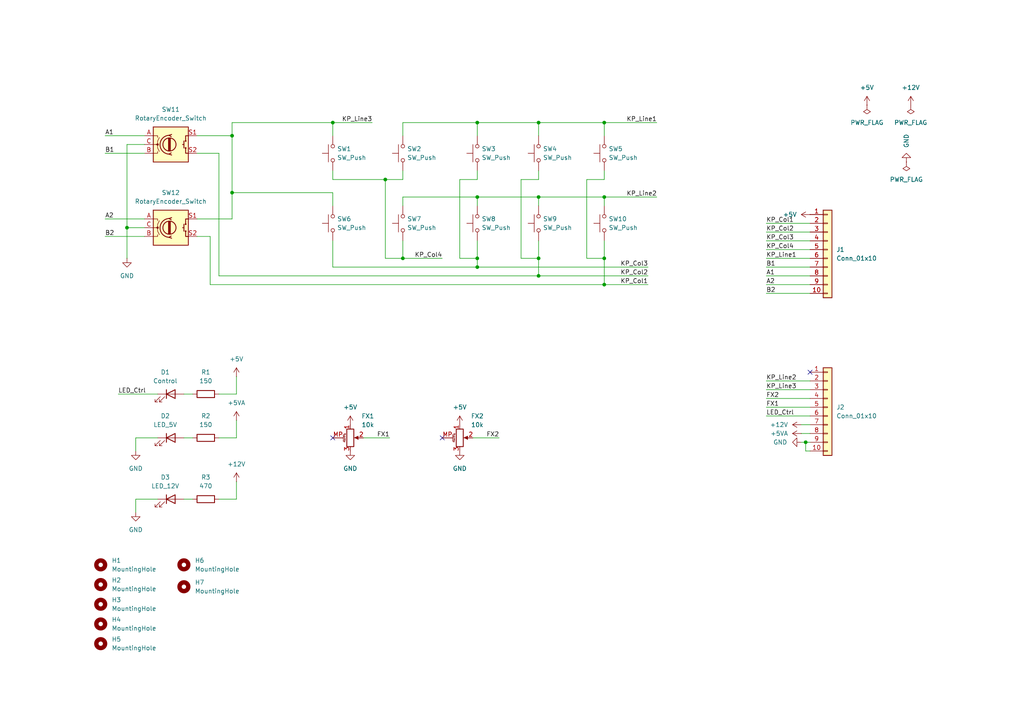
<source format=kicad_sch>
(kicad_sch
	(version 20231120)
	(generator "eeschema")
	(generator_version "8.0")
	(uuid "54e31e9f-1fc3-468e-b81b-007e8e7ae7d4")
	(paper "A4")
	(lib_symbols
		(symbol "Connector_Generic:Conn_01x10"
			(pin_names
				(offset 1.016) hide)
			(exclude_from_sim no)
			(in_bom yes)
			(on_board yes)
			(property "Reference" "J"
				(at 0 12.7 0)
				(effects
					(font
						(size 1.27 1.27)
					)
				)
			)
			(property "Value" "Conn_01x10"
				(at 0 -15.24 0)
				(effects
					(font
						(size 1.27 1.27)
					)
				)
			)
			(property "Footprint" ""
				(at 0 0 0)
				(effects
					(font
						(size 1.27 1.27)
					)
					(hide yes)
				)
			)
			(property "Datasheet" "~"
				(at 0 0 0)
				(effects
					(font
						(size 1.27 1.27)
					)
					(hide yes)
				)
			)
			(property "Description" "Generic connector, single row, 01x10, script generated (kicad-library-utils/schlib/autogen/connector/)"
				(at 0 0 0)
				(effects
					(font
						(size 1.27 1.27)
					)
					(hide yes)
				)
			)
			(property "ki_keywords" "connector"
				(at 0 0 0)
				(effects
					(font
						(size 1.27 1.27)
					)
					(hide yes)
				)
			)
			(property "ki_fp_filters" "Connector*:*_1x??_*"
				(at 0 0 0)
				(effects
					(font
						(size 1.27 1.27)
					)
					(hide yes)
				)
			)
			(symbol "Conn_01x10_1_1"
				(rectangle
					(start -1.27 -12.573)
					(end 0 -12.827)
					(stroke
						(width 0.1524)
						(type default)
					)
					(fill
						(type none)
					)
				)
				(rectangle
					(start -1.27 -10.033)
					(end 0 -10.287)
					(stroke
						(width 0.1524)
						(type default)
					)
					(fill
						(type none)
					)
				)
				(rectangle
					(start -1.27 -7.493)
					(end 0 -7.747)
					(stroke
						(width 0.1524)
						(type default)
					)
					(fill
						(type none)
					)
				)
				(rectangle
					(start -1.27 -4.953)
					(end 0 -5.207)
					(stroke
						(width 0.1524)
						(type default)
					)
					(fill
						(type none)
					)
				)
				(rectangle
					(start -1.27 -2.413)
					(end 0 -2.667)
					(stroke
						(width 0.1524)
						(type default)
					)
					(fill
						(type none)
					)
				)
				(rectangle
					(start -1.27 0.127)
					(end 0 -0.127)
					(stroke
						(width 0.1524)
						(type default)
					)
					(fill
						(type none)
					)
				)
				(rectangle
					(start -1.27 2.667)
					(end 0 2.413)
					(stroke
						(width 0.1524)
						(type default)
					)
					(fill
						(type none)
					)
				)
				(rectangle
					(start -1.27 5.207)
					(end 0 4.953)
					(stroke
						(width 0.1524)
						(type default)
					)
					(fill
						(type none)
					)
				)
				(rectangle
					(start -1.27 7.747)
					(end 0 7.493)
					(stroke
						(width 0.1524)
						(type default)
					)
					(fill
						(type none)
					)
				)
				(rectangle
					(start -1.27 10.287)
					(end 0 10.033)
					(stroke
						(width 0.1524)
						(type default)
					)
					(fill
						(type none)
					)
				)
				(rectangle
					(start -1.27 11.43)
					(end 1.27 -13.97)
					(stroke
						(width 0.254)
						(type default)
					)
					(fill
						(type background)
					)
				)
				(pin passive line
					(at -5.08 10.16 0)
					(length 3.81)
					(name "Pin_1"
						(effects
							(font
								(size 1.27 1.27)
							)
						)
					)
					(number "1"
						(effects
							(font
								(size 1.27 1.27)
							)
						)
					)
				)
				(pin passive line
					(at -5.08 -12.7 0)
					(length 3.81)
					(name "Pin_10"
						(effects
							(font
								(size 1.27 1.27)
							)
						)
					)
					(number "10"
						(effects
							(font
								(size 1.27 1.27)
							)
						)
					)
				)
				(pin passive line
					(at -5.08 7.62 0)
					(length 3.81)
					(name "Pin_2"
						(effects
							(font
								(size 1.27 1.27)
							)
						)
					)
					(number "2"
						(effects
							(font
								(size 1.27 1.27)
							)
						)
					)
				)
				(pin passive line
					(at -5.08 5.08 0)
					(length 3.81)
					(name "Pin_3"
						(effects
							(font
								(size 1.27 1.27)
							)
						)
					)
					(number "3"
						(effects
							(font
								(size 1.27 1.27)
							)
						)
					)
				)
				(pin passive line
					(at -5.08 2.54 0)
					(length 3.81)
					(name "Pin_4"
						(effects
							(font
								(size 1.27 1.27)
							)
						)
					)
					(number "4"
						(effects
							(font
								(size 1.27 1.27)
							)
						)
					)
				)
				(pin passive line
					(at -5.08 0 0)
					(length 3.81)
					(name "Pin_5"
						(effects
							(font
								(size 1.27 1.27)
							)
						)
					)
					(number "5"
						(effects
							(font
								(size 1.27 1.27)
							)
						)
					)
				)
				(pin passive line
					(at -5.08 -2.54 0)
					(length 3.81)
					(name "Pin_6"
						(effects
							(font
								(size 1.27 1.27)
							)
						)
					)
					(number "6"
						(effects
							(font
								(size 1.27 1.27)
							)
						)
					)
				)
				(pin passive line
					(at -5.08 -5.08 0)
					(length 3.81)
					(name "Pin_7"
						(effects
							(font
								(size 1.27 1.27)
							)
						)
					)
					(number "7"
						(effects
							(font
								(size 1.27 1.27)
							)
						)
					)
				)
				(pin passive line
					(at -5.08 -7.62 0)
					(length 3.81)
					(name "Pin_8"
						(effects
							(font
								(size 1.27 1.27)
							)
						)
					)
					(number "8"
						(effects
							(font
								(size 1.27 1.27)
							)
						)
					)
				)
				(pin passive line
					(at -5.08 -10.16 0)
					(length 3.81)
					(name "Pin_9"
						(effects
							(font
								(size 1.27 1.27)
							)
						)
					)
					(number "9"
						(effects
							(font
								(size 1.27 1.27)
							)
						)
					)
				)
			)
		)
		(symbol "Device:LED"
			(pin_numbers hide)
			(pin_names
				(offset 1.016) hide)
			(exclude_from_sim no)
			(in_bom yes)
			(on_board yes)
			(property "Reference" "D"
				(at 0 2.54 0)
				(effects
					(font
						(size 1.27 1.27)
					)
				)
			)
			(property "Value" "LED"
				(at 0 -2.54 0)
				(effects
					(font
						(size 1.27 1.27)
					)
				)
			)
			(property "Footprint" ""
				(at 0 0 0)
				(effects
					(font
						(size 1.27 1.27)
					)
					(hide yes)
				)
			)
			(property "Datasheet" "~"
				(at 0 0 0)
				(effects
					(font
						(size 1.27 1.27)
					)
					(hide yes)
				)
			)
			(property "Description" "Light emitting diode"
				(at 0 0 0)
				(effects
					(font
						(size 1.27 1.27)
					)
					(hide yes)
				)
			)
			(property "ki_keywords" "LED diode"
				(at 0 0 0)
				(effects
					(font
						(size 1.27 1.27)
					)
					(hide yes)
				)
			)
			(property "ki_fp_filters" "LED* LED_SMD:* LED_THT:*"
				(at 0 0 0)
				(effects
					(font
						(size 1.27 1.27)
					)
					(hide yes)
				)
			)
			(symbol "LED_0_1"
				(polyline
					(pts
						(xy -1.27 -1.27) (xy -1.27 1.27)
					)
					(stroke
						(width 0.254)
						(type default)
					)
					(fill
						(type none)
					)
				)
				(polyline
					(pts
						(xy -1.27 0) (xy 1.27 0)
					)
					(stroke
						(width 0)
						(type default)
					)
					(fill
						(type none)
					)
				)
				(polyline
					(pts
						(xy 1.27 -1.27) (xy 1.27 1.27) (xy -1.27 0) (xy 1.27 -1.27)
					)
					(stroke
						(width 0.254)
						(type default)
					)
					(fill
						(type none)
					)
				)
				(polyline
					(pts
						(xy -3.048 -0.762) (xy -4.572 -2.286) (xy -3.81 -2.286) (xy -4.572 -2.286) (xy -4.572 -1.524)
					)
					(stroke
						(width 0)
						(type default)
					)
					(fill
						(type none)
					)
				)
				(polyline
					(pts
						(xy -1.778 -0.762) (xy -3.302 -2.286) (xy -2.54 -2.286) (xy -3.302 -2.286) (xy -3.302 -1.524)
					)
					(stroke
						(width 0)
						(type default)
					)
					(fill
						(type none)
					)
				)
			)
			(symbol "LED_1_1"
				(pin passive line
					(at -3.81 0 0)
					(length 2.54)
					(name "K"
						(effects
							(font
								(size 1.27 1.27)
							)
						)
					)
					(number "1"
						(effects
							(font
								(size 1.27 1.27)
							)
						)
					)
				)
				(pin passive line
					(at 3.81 0 180)
					(length 2.54)
					(name "A"
						(effects
							(font
								(size 1.27 1.27)
							)
						)
					)
					(number "2"
						(effects
							(font
								(size 1.27 1.27)
							)
						)
					)
				)
			)
		)
		(symbol "Device:R"
			(pin_numbers hide)
			(pin_names
				(offset 0)
			)
			(exclude_from_sim no)
			(in_bom yes)
			(on_board yes)
			(property "Reference" "R"
				(at 2.032 0 90)
				(effects
					(font
						(size 1.27 1.27)
					)
				)
			)
			(property "Value" "R"
				(at 0 0 90)
				(effects
					(font
						(size 1.27 1.27)
					)
				)
			)
			(property "Footprint" ""
				(at -1.778 0 90)
				(effects
					(font
						(size 1.27 1.27)
					)
					(hide yes)
				)
			)
			(property "Datasheet" "~"
				(at 0 0 0)
				(effects
					(font
						(size 1.27 1.27)
					)
					(hide yes)
				)
			)
			(property "Description" "Resistor"
				(at 0 0 0)
				(effects
					(font
						(size 1.27 1.27)
					)
					(hide yes)
				)
			)
			(property "ki_keywords" "R res resistor"
				(at 0 0 0)
				(effects
					(font
						(size 1.27 1.27)
					)
					(hide yes)
				)
			)
			(property "ki_fp_filters" "R_*"
				(at 0 0 0)
				(effects
					(font
						(size 1.27 1.27)
					)
					(hide yes)
				)
			)
			(symbol "R_0_1"
				(rectangle
					(start -1.016 -2.54)
					(end 1.016 2.54)
					(stroke
						(width 0.254)
						(type default)
					)
					(fill
						(type none)
					)
				)
			)
			(symbol "R_1_1"
				(pin passive line
					(at 0 3.81 270)
					(length 1.27)
					(name "~"
						(effects
							(font
								(size 1.27 1.27)
							)
						)
					)
					(number "1"
						(effects
							(font
								(size 1.27 1.27)
							)
						)
					)
				)
				(pin passive line
					(at 0 -3.81 90)
					(length 1.27)
					(name "~"
						(effects
							(font
								(size 1.27 1.27)
							)
						)
					)
					(number "2"
						(effects
							(font
								(size 1.27 1.27)
							)
						)
					)
				)
			)
		)
		(symbol "Device:R_Potentiometer_MountingPin"
			(pin_names
				(offset 1.016) hide)
			(exclude_from_sim no)
			(in_bom yes)
			(on_board yes)
			(property "Reference" "RV"
				(at -8.255 0 90)
				(effects
					(font
						(size 1.27 1.27)
					)
				)
			)
			(property "Value" "R_Potentiometer_MountingPin"
				(at -6.35 0 90)
				(effects
					(font
						(size 1.27 1.27)
					)
				)
			)
			(property "Footprint" ""
				(at 0 0 0)
				(effects
					(font
						(size 1.27 1.27)
					)
					(hide yes)
				)
			)
			(property "Datasheet" "~"
				(at 0 0 0)
				(effects
					(font
						(size 1.27 1.27)
					)
					(hide yes)
				)
			)
			(property "Description" "Potentiometer with a mounting pin"
				(at 0 0 0)
				(effects
					(font
						(size 1.27 1.27)
					)
					(hide yes)
				)
			)
			(property "ki_keywords" "resistor variable"
				(at 0 0 0)
				(effects
					(font
						(size 1.27 1.27)
					)
					(hide yes)
				)
			)
			(property "ki_fp_filters" "Potentiometer*"
				(at 0 0 0)
				(effects
					(font
						(size 1.27 1.27)
					)
					(hide yes)
				)
			)
			(symbol "R_Potentiometer_MountingPin_0_1"
				(polyline
					(pts
						(xy 2.54 0) (xy 1.524 0)
					)
					(stroke
						(width 0)
						(type default)
					)
					(fill
						(type none)
					)
				)
				(polyline
					(pts
						(xy 1.143 0) (xy 2.286 0.508) (xy 2.286 -0.508)
					)
					(stroke
						(width 0)
						(type default)
					)
					(fill
						(type outline)
					)
				)
				(rectangle
					(start 1.016 2.54)
					(end -1.016 -2.54)
					(stroke
						(width 0.254)
						(type default)
					)
					(fill
						(type none)
					)
				)
			)
			(symbol "R_Potentiometer_MountingPin_1_1"
				(polyline
					(pts
						(xy -2.032 1.016) (xy -2.032 -1.016)
					)
					(stroke
						(width 0.1524)
						(type default)
					)
					(fill
						(type none)
					)
				)
				(text "Mounting"
					(at -1.651 0 900)
					(effects
						(font
							(size 0.381 0.381)
						)
					)
				)
				(pin passive line
					(at 0 3.81 270)
					(length 1.27)
					(name "1"
						(effects
							(font
								(size 1.27 1.27)
							)
						)
					)
					(number "1"
						(effects
							(font
								(size 1.27 1.27)
							)
						)
					)
				)
				(pin passive line
					(at 3.81 0 180)
					(length 1.27)
					(name "2"
						(effects
							(font
								(size 1.27 1.27)
							)
						)
					)
					(number "2"
						(effects
							(font
								(size 1.27 1.27)
							)
						)
					)
				)
				(pin passive line
					(at 0 -3.81 90)
					(length 1.27)
					(name "3"
						(effects
							(font
								(size 1.27 1.27)
							)
						)
					)
					(number "3"
						(effects
							(font
								(size 1.27 1.27)
							)
						)
					)
				)
				(pin passive line
					(at -5.08 0 0)
					(length 3.048)
					(name "MountPin"
						(effects
							(font
								(size 1.27 1.27)
							)
						)
					)
					(number "MP"
						(effects
							(font
								(size 1.27 1.27)
							)
						)
					)
				)
			)
		)
		(symbol "Device:RotaryEncoder_Switch"
			(pin_names
				(offset 0.254) hide)
			(exclude_from_sim no)
			(in_bom yes)
			(on_board yes)
			(property "Reference" "SW"
				(at 0 6.604 0)
				(effects
					(font
						(size 1.27 1.27)
					)
				)
			)
			(property "Value" "RotaryEncoder_Switch"
				(at 0 -6.604 0)
				(effects
					(font
						(size 1.27 1.27)
					)
				)
			)
			(property "Footprint" ""
				(at -3.81 4.064 0)
				(effects
					(font
						(size 1.27 1.27)
					)
					(hide yes)
				)
			)
			(property "Datasheet" "~"
				(at 0 6.604 0)
				(effects
					(font
						(size 1.27 1.27)
					)
					(hide yes)
				)
			)
			(property "Description" "Rotary encoder, dual channel, incremental quadrate outputs, with switch"
				(at 0 0 0)
				(effects
					(font
						(size 1.27 1.27)
					)
					(hide yes)
				)
			)
			(property "ki_keywords" "rotary switch encoder switch push button"
				(at 0 0 0)
				(effects
					(font
						(size 1.27 1.27)
					)
					(hide yes)
				)
			)
			(property "ki_fp_filters" "RotaryEncoder*Switch*"
				(at 0 0 0)
				(effects
					(font
						(size 1.27 1.27)
					)
					(hide yes)
				)
			)
			(symbol "RotaryEncoder_Switch_0_1"
				(rectangle
					(start -5.08 5.08)
					(end 5.08 -5.08)
					(stroke
						(width 0.254)
						(type default)
					)
					(fill
						(type background)
					)
				)
				(circle
					(center -3.81 0)
					(radius 0.254)
					(stroke
						(width 0)
						(type default)
					)
					(fill
						(type outline)
					)
				)
				(circle
					(center -0.381 0)
					(radius 1.905)
					(stroke
						(width 0.254)
						(type default)
					)
					(fill
						(type none)
					)
				)
				(arc
					(start -0.381 2.667)
					(mid -3.0988 -0.0635)
					(end -0.381 -2.794)
					(stroke
						(width 0.254)
						(type default)
					)
					(fill
						(type none)
					)
				)
				(polyline
					(pts
						(xy -0.635 -1.778) (xy -0.635 1.778)
					)
					(stroke
						(width 0.254)
						(type default)
					)
					(fill
						(type none)
					)
				)
				(polyline
					(pts
						(xy -0.381 -1.778) (xy -0.381 1.778)
					)
					(stroke
						(width 0.254)
						(type default)
					)
					(fill
						(type none)
					)
				)
				(polyline
					(pts
						(xy -0.127 1.778) (xy -0.127 -1.778)
					)
					(stroke
						(width 0.254)
						(type default)
					)
					(fill
						(type none)
					)
				)
				(polyline
					(pts
						(xy 3.81 0) (xy 3.429 0)
					)
					(stroke
						(width 0.254)
						(type default)
					)
					(fill
						(type none)
					)
				)
				(polyline
					(pts
						(xy 3.81 1.016) (xy 3.81 -1.016)
					)
					(stroke
						(width 0.254)
						(type default)
					)
					(fill
						(type none)
					)
				)
				(polyline
					(pts
						(xy -5.08 -2.54) (xy -3.81 -2.54) (xy -3.81 -2.032)
					)
					(stroke
						(width 0)
						(type default)
					)
					(fill
						(type none)
					)
				)
				(polyline
					(pts
						(xy -5.08 2.54) (xy -3.81 2.54) (xy -3.81 2.032)
					)
					(stroke
						(width 0)
						(type default)
					)
					(fill
						(type none)
					)
				)
				(polyline
					(pts
						(xy 0.254 -3.048) (xy -0.508 -2.794) (xy 0.127 -2.413)
					)
					(stroke
						(width 0.254)
						(type default)
					)
					(fill
						(type none)
					)
				)
				(polyline
					(pts
						(xy 0.254 2.921) (xy -0.508 2.667) (xy 0.127 2.286)
					)
					(stroke
						(width 0.254)
						(type default)
					)
					(fill
						(type none)
					)
				)
				(polyline
					(pts
						(xy 5.08 -2.54) (xy 4.318 -2.54) (xy 4.318 -1.016)
					)
					(stroke
						(width 0.254)
						(type default)
					)
					(fill
						(type none)
					)
				)
				(polyline
					(pts
						(xy 5.08 2.54) (xy 4.318 2.54) (xy 4.318 1.016)
					)
					(stroke
						(width 0.254)
						(type default)
					)
					(fill
						(type none)
					)
				)
				(polyline
					(pts
						(xy -5.08 0) (xy -3.81 0) (xy -3.81 -1.016) (xy -3.302 -2.032)
					)
					(stroke
						(width 0)
						(type default)
					)
					(fill
						(type none)
					)
				)
				(polyline
					(pts
						(xy -4.318 0) (xy -3.81 0) (xy -3.81 1.016) (xy -3.302 2.032)
					)
					(stroke
						(width 0)
						(type default)
					)
					(fill
						(type none)
					)
				)
				(circle
					(center 4.318 -1.016)
					(radius 0.127)
					(stroke
						(width 0.254)
						(type default)
					)
					(fill
						(type none)
					)
				)
				(circle
					(center 4.318 1.016)
					(radius 0.127)
					(stroke
						(width 0.254)
						(type default)
					)
					(fill
						(type none)
					)
				)
			)
			(symbol "RotaryEncoder_Switch_1_1"
				(pin passive line
					(at -7.62 2.54 0)
					(length 2.54)
					(name "A"
						(effects
							(font
								(size 1.27 1.27)
							)
						)
					)
					(number "A"
						(effects
							(font
								(size 1.27 1.27)
							)
						)
					)
				)
				(pin passive line
					(at -7.62 -2.54 0)
					(length 2.54)
					(name "B"
						(effects
							(font
								(size 1.27 1.27)
							)
						)
					)
					(number "B"
						(effects
							(font
								(size 1.27 1.27)
							)
						)
					)
				)
				(pin passive line
					(at -7.62 0 0)
					(length 2.54)
					(name "C"
						(effects
							(font
								(size 1.27 1.27)
							)
						)
					)
					(number "C"
						(effects
							(font
								(size 1.27 1.27)
							)
						)
					)
				)
				(pin passive line
					(at 7.62 2.54 180)
					(length 2.54)
					(name "S1"
						(effects
							(font
								(size 1.27 1.27)
							)
						)
					)
					(number "S1"
						(effects
							(font
								(size 1.27 1.27)
							)
						)
					)
				)
				(pin passive line
					(at 7.62 -2.54 180)
					(length 2.54)
					(name "S2"
						(effects
							(font
								(size 1.27 1.27)
							)
						)
					)
					(number "S2"
						(effects
							(font
								(size 1.27 1.27)
							)
						)
					)
				)
			)
		)
		(symbol "Mechanical:MountingHole"
			(pin_names
				(offset 1.016)
			)
			(exclude_from_sim no)
			(in_bom yes)
			(on_board yes)
			(property "Reference" "H"
				(at 0 5.08 0)
				(effects
					(font
						(size 1.27 1.27)
					)
				)
			)
			(property "Value" "MountingHole"
				(at 0 3.175 0)
				(effects
					(font
						(size 1.27 1.27)
					)
				)
			)
			(property "Footprint" ""
				(at 0 0 0)
				(effects
					(font
						(size 1.27 1.27)
					)
					(hide yes)
				)
			)
			(property "Datasheet" "~"
				(at 0 0 0)
				(effects
					(font
						(size 1.27 1.27)
					)
					(hide yes)
				)
			)
			(property "Description" "Mounting Hole without connection"
				(at 0 0 0)
				(effects
					(font
						(size 1.27 1.27)
					)
					(hide yes)
				)
			)
			(property "ki_keywords" "mounting hole"
				(at 0 0 0)
				(effects
					(font
						(size 1.27 1.27)
					)
					(hide yes)
				)
			)
			(property "ki_fp_filters" "MountingHole*"
				(at 0 0 0)
				(effects
					(font
						(size 1.27 1.27)
					)
					(hide yes)
				)
			)
			(symbol "MountingHole_0_1"
				(circle
					(center 0 0)
					(radius 1.27)
					(stroke
						(width 1.27)
						(type default)
					)
					(fill
						(type none)
					)
				)
			)
		)
		(symbol "Switch:SW_Push"
			(pin_numbers hide)
			(pin_names
				(offset 1.016) hide)
			(exclude_from_sim no)
			(in_bom yes)
			(on_board yes)
			(property "Reference" "SW"
				(at 1.27 2.54 0)
				(effects
					(font
						(size 1.27 1.27)
					)
					(justify left)
				)
			)
			(property "Value" "SW_Push"
				(at 0 -1.524 0)
				(effects
					(font
						(size 1.27 1.27)
					)
				)
			)
			(property "Footprint" ""
				(at 0 5.08 0)
				(effects
					(font
						(size 1.27 1.27)
					)
					(hide yes)
				)
			)
			(property "Datasheet" "~"
				(at 0 5.08 0)
				(effects
					(font
						(size 1.27 1.27)
					)
					(hide yes)
				)
			)
			(property "Description" "Push button switch, generic, two pins"
				(at 0 0 0)
				(effects
					(font
						(size 1.27 1.27)
					)
					(hide yes)
				)
			)
			(property "ki_keywords" "switch normally-open pushbutton push-button"
				(at 0 0 0)
				(effects
					(font
						(size 1.27 1.27)
					)
					(hide yes)
				)
			)
			(symbol "SW_Push_0_1"
				(circle
					(center -2.032 0)
					(radius 0.508)
					(stroke
						(width 0)
						(type default)
					)
					(fill
						(type none)
					)
				)
				(polyline
					(pts
						(xy 0 1.27) (xy 0 3.048)
					)
					(stroke
						(width 0)
						(type default)
					)
					(fill
						(type none)
					)
				)
				(polyline
					(pts
						(xy 2.54 1.27) (xy -2.54 1.27)
					)
					(stroke
						(width 0)
						(type default)
					)
					(fill
						(type none)
					)
				)
				(circle
					(center 2.032 0)
					(radius 0.508)
					(stroke
						(width 0)
						(type default)
					)
					(fill
						(type none)
					)
				)
				(pin passive line
					(at -5.08 0 0)
					(length 2.54)
					(name "1"
						(effects
							(font
								(size 1.27 1.27)
							)
						)
					)
					(number "1"
						(effects
							(font
								(size 1.27 1.27)
							)
						)
					)
				)
				(pin passive line
					(at 5.08 0 180)
					(length 2.54)
					(name "2"
						(effects
							(font
								(size 1.27 1.27)
							)
						)
					)
					(number "2"
						(effects
							(font
								(size 1.27 1.27)
							)
						)
					)
				)
			)
		)
		(symbol "power:+12V"
			(power)
			(pin_numbers hide)
			(pin_names
				(offset 0) hide)
			(exclude_from_sim no)
			(in_bom yes)
			(on_board yes)
			(property "Reference" "#PWR"
				(at 0 -3.81 0)
				(effects
					(font
						(size 1.27 1.27)
					)
					(hide yes)
				)
			)
			(property "Value" "+12V"
				(at 0 3.556 0)
				(effects
					(font
						(size 1.27 1.27)
					)
				)
			)
			(property "Footprint" ""
				(at 0 0 0)
				(effects
					(font
						(size 1.27 1.27)
					)
					(hide yes)
				)
			)
			(property "Datasheet" ""
				(at 0 0 0)
				(effects
					(font
						(size 1.27 1.27)
					)
					(hide yes)
				)
			)
			(property "Description" "Power symbol creates a global label with name \"+12V\""
				(at 0 0 0)
				(effects
					(font
						(size 1.27 1.27)
					)
					(hide yes)
				)
			)
			(property "ki_keywords" "global power"
				(at 0 0 0)
				(effects
					(font
						(size 1.27 1.27)
					)
					(hide yes)
				)
			)
			(symbol "+12V_0_1"
				(polyline
					(pts
						(xy -0.762 1.27) (xy 0 2.54)
					)
					(stroke
						(width 0)
						(type default)
					)
					(fill
						(type none)
					)
				)
				(polyline
					(pts
						(xy 0 0) (xy 0 2.54)
					)
					(stroke
						(width 0)
						(type default)
					)
					(fill
						(type none)
					)
				)
				(polyline
					(pts
						(xy 0 2.54) (xy 0.762 1.27)
					)
					(stroke
						(width 0)
						(type default)
					)
					(fill
						(type none)
					)
				)
			)
			(symbol "+12V_1_1"
				(pin power_in line
					(at 0 0 90)
					(length 0)
					(name "~"
						(effects
							(font
								(size 1.27 1.27)
							)
						)
					)
					(number "1"
						(effects
							(font
								(size 1.27 1.27)
							)
						)
					)
				)
			)
		)
		(symbol "power:+5V"
			(power)
			(pin_numbers hide)
			(pin_names
				(offset 0) hide)
			(exclude_from_sim no)
			(in_bom yes)
			(on_board yes)
			(property "Reference" "#PWR"
				(at 0 -3.81 0)
				(effects
					(font
						(size 1.27 1.27)
					)
					(hide yes)
				)
			)
			(property "Value" "+5V"
				(at 0 3.556 0)
				(effects
					(font
						(size 1.27 1.27)
					)
				)
			)
			(property "Footprint" ""
				(at 0 0 0)
				(effects
					(font
						(size 1.27 1.27)
					)
					(hide yes)
				)
			)
			(property "Datasheet" ""
				(at 0 0 0)
				(effects
					(font
						(size 1.27 1.27)
					)
					(hide yes)
				)
			)
			(property "Description" "Power symbol creates a global label with name \"+5V\""
				(at 0 0 0)
				(effects
					(font
						(size 1.27 1.27)
					)
					(hide yes)
				)
			)
			(property "ki_keywords" "global power"
				(at 0 0 0)
				(effects
					(font
						(size 1.27 1.27)
					)
					(hide yes)
				)
			)
			(symbol "+5V_0_1"
				(polyline
					(pts
						(xy -0.762 1.27) (xy 0 2.54)
					)
					(stroke
						(width 0)
						(type default)
					)
					(fill
						(type none)
					)
				)
				(polyline
					(pts
						(xy 0 0) (xy 0 2.54)
					)
					(stroke
						(width 0)
						(type default)
					)
					(fill
						(type none)
					)
				)
				(polyline
					(pts
						(xy 0 2.54) (xy 0.762 1.27)
					)
					(stroke
						(width 0)
						(type default)
					)
					(fill
						(type none)
					)
				)
			)
			(symbol "+5V_1_1"
				(pin power_in line
					(at 0 0 90)
					(length 0)
					(name "~"
						(effects
							(font
								(size 1.27 1.27)
							)
						)
					)
					(number "1"
						(effects
							(font
								(size 1.27 1.27)
							)
						)
					)
				)
			)
		)
		(symbol "power:+5VA"
			(power)
			(pin_numbers hide)
			(pin_names
				(offset 0) hide)
			(exclude_from_sim no)
			(in_bom yes)
			(on_board yes)
			(property "Reference" "#PWR"
				(at 0 -3.81 0)
				(effects
					(font
						(size 1.27 1.27)
					)
					(hide yes)
				)
			)
			(property "Value" "+5VA"
				(at 0 3.556 0)
				(effects
					(font
						(size 1.27 1.27)
					)
				)
			)
			(property "Footprint" ""
				(at 0 0 0)
				(effects
					(font
						(size 1.27 1.27)
					)
					(hide yes)
				)
			)
			(property "Datasheet" ""
				(at 0 0 0)
				(effects
					(font
						(size 1.27 1.27)
					)
					(hide yes)
				)
			)
			(property "Description" "Power symbol creates a global label with name \"+5VA\""
				(at 0 0 0)
				(effects
					(font
						(size 1.27 1.27)
					)
					(hide yes)
				)
			)
			(property "ki_keywords" "global power"
				(at 0 0 0)
				(effects
					(font
						(size 1.27 1.27)
					)
					(hide yes)
				)
			)
			(symbol "+5VA_0_1"
				(polyline
					(pts
						(xy -0.762 1.27) (xy 0 2.54)
					)
					(stroke
						(width 0)
						(type default)
					)
					(fill
						(type none)
					)
				)
				(polyline
					(pts
						(xy 0 0) (xy 0 2.54)
					)
					(stroke
						(width 0)
						(type default)
					)
					(fill
						(type none)
					)
				)
				(polyline
					(pts
						(xy 0 2.54) (xy 0.762 1.27)
					)
					(stroke
						(width 0)
						(type default)
					)
					(fill
						(type none)
					)
				)
			)
			(symbol "+5VA_1_1"
				(pin power_in line
					(at 0 0 90)
					(length 0)
					(name "~"
						(effects
							(font
								(size 1.27 1.27)
							)
						)
					)
					(number "1"
						(effects
							(font
								(size 1.27 1.27)
							)
						)
					)
				)
			)
		)
		(symbol "power:GND"
			(power)
			(pin_numbers hide)
			(pin_names
				(offset 0) hide)
			(exclude_from_sim no)
			(in_bom yes)
			(on_board yes)
			(property "Reference" "#PWR"
				(at 0 -6.35 0)
				(effects
					(font
						(size 1.27 1.27)
					)
					(hide yes)
				)
			)
			(property "Value" "GND"
				(at 0 -3.81 0)
				(effects
					(font
						(size 1.27 1.27)
					)
				)
			)
			(property "Footprint" ""
				(at 0 0 0)
				(effects
					(font
						(size 1.27 1.27)
					)
					(hide yes)
				)
			)
			(property "Datasheet" ""
				(at 0 0 0)
				(effects
					(font
						(size 1.27 1.27)
					)
					(hide yes)
				)
			)
			(property "Description" "Power symbol creates a global label with name \"GND\" , ground"
				(at 0 0 0)
				(effects
					(font
						(size 1.27 1.27)
					)
					(hide yes)
				)
			)
			(property "ki_keywords" "global power"
				(at 0 0 0)
				(effects
					(font
						(size 1.27 1.27)
					)
					(hide yes)
				)
			)
			(symbol "GND_0_1"
				(polyline
					(pts
						(xy 0 0) (xy 0 -1.27) (xy 1.27 -1.27) (xy 0 -2.54) (xy -1.27 -1.27) (xy 0 -1.27)
					)
					(stroke
						(width 0)
						(type default)
					)
					(fill
						(type none)
					)
				)
			)
			(symbol "GND_1_1"
				(pin power_in line
					(at 0 0 270)
					(length 0)
					(name "~"
						(effects
							(font
								(size 1.27 1.27)
							)
						)
					)
					(number "1"
						(effects
							(font
								(size 1.27 1.27)
							)
						)
					)
				)
			)
		)
		(symbol "power:PWR_FLAG"
			(power)
			(pin_numbers hide)
			(pin_names
				(offset 0) hide)
			(exclude_from_sim no)
			(in_bom yes)
			(on_board yes)
			(property "Reference" "#FLG"
				(at 0 1.905 0)
				(effects
					(font
						(size 1.27 1.27)
					)
					(hide yes)
				)
			)
			(property "Value" "PWR_FLAG"
				(at 0 3.81 0)
				(effects
					(font
						(size 1.27 1.27)
					)
				)
			)
			(property "Footprint" ""
				(at 0 0 0)
				(effects
					(font
						(size 1.27 1.27)
					)
					(hide yes)
				)
			)
			(property "Datasheet" "~"
				(at 0 0 0)
				(effects
					(font
						(size 1.27 1.27)
					)
					(hide yes)
				)
			)
			(property "Description" "Special symbol for telling ERC where power comes from"
				(at 0 0 0)
				(effects
					(font
						(size 1.27 1.27)
					)
					(hide yes)
				)
			)
			(property "ki_keywords" "flag power"
				(at 0 0 0)
				(effects
					(font
						(size 1.27 1.27)
					)
					(hide yes)
				)
			)
			(symbol "PWR_FLAG_0_0"
				(pin power_out line
					(at 0 0 90)
					(length 0)
					(name "~"
						(effects
							(font
								(size 1.27 1.27)
							)
						)
					)
					(number "1"
						(effects
							(font
								(size 1.27 1.27)
							)
						)
					)
				)
			)
			(symbol "PWR_FLAG_0_1"
				(polyline
					(pts
						(xy 0 0) (xy 0 1.27) (xy -1.016 1.905) (xy 0 2.54) (xy 1.016 1.905) (xy 0 1.27)
					)
					(stroke
						(width 0)
						(type default)
					)
					(fill
						(type none)
					)
				)
			)
		)
	)
	(junction
		(at 138.43 35.56)
		(diameter 0)
		(color 0 0 0 0)
		(uuid "148411d3-7aac-463c-81c6-59f10dfd927c")
	)
	(junction
		(at 96.52 35.56)
		(diameter 0)
		(color 0 0 0 0)
		(uuid "148acc13-1f56-4366-b424-649feb7211a3")
	)
	(junction
		(at 156.21 35.56)
		(diameter 0)
		(color 0 0 0 0)
		(uuid "265e5462-b68c-488c-b22b-ea9ed7079a70")
	)
	(junction
		(at 156.21 74.93)
		(diameter 0)
		(color 0 0 0 0)
		(uuid "406b6594-12e2-4908-b56e-e036c8b30373")
	)
	(junction
		(at 175.26 57.15)
		(diameter 0)
		(color 0 0 0 0)
		(uuid "4923c096-3032-492a-8327-396ca581758f")
	)
	(junction
		(at 175.26 35.56)
		(diameter 0)
		(color 0 0 0 0)
		(uuid "52b0c38c-331e-47c6-8640-7ddb5a6bb91b")
	)
	(junction
		(at 138.43 74.93)
		(diameter 0)
		(color 0 0 0 0)
		(uuid "6073b957-6f3c-4656-9e11-c6123a97c626")
	)
	(junction
		(at 233.68 128.27)
		(diameter 0)
		(color 0 0 0 0)
		(uuid "6d55fc8c-c4da-4429-8549-435d90f52a94")
	)
	(junction
		(at 67.31 55.88)
		(diameter 0)
		(color 0 0 0 0)
		(uuid "8968b0b8-0397-4bd1-bf9d-1c6a20ad6614")
	)
	(junction
		(at 138.43 77.47)
		(diameter 0)
		(color 0 0 0 0)
		(uuid "896fcdf9-de91-40a4-acc2-32c8b54a71db")
	)
	(junction
		(at 67.31 39.37)
		(diameter 0)
		(color 0 0 0 0)
		(uuid "97a34cb9-e182-4b5e-9ff7-27e9fedda738")
	)
	(junction
		(at 156.21 80.01)
		(diameter 0)
		(color 0 0 0 0)
		(uuid "97d92a7f-5109-4919-9ae6-ade834c10ea3")
	)
	(junction
		(at 175.26 82.55)
		(diameter 0)
		(color 0 0 0 0)
		(uuid "b418ebf7-5f95-4b50-9ebb-c8477d93d96e")
	)
	(junction
		(at 36.83 66.04)
		(diameter 0)
		(color 0 0 0 0)
		(uuid "bb087d9f-07c4-41e6-b5b9-0dea6d1856b7")
	)
	(junction
		(at 175.26 74.93)
		(diameter 0)
		(color 0 0 0 0)
		(uuid "c03b8f4a-584f-4959-bb23-8c55ca4ca533")
	)
	(junction
		(at 116.84 74.93)
		(diameter 0)
		(color 0 0 0 0)
		(uuid "d531ff72-8d13-4d46-94f6-8adc704c1bd2")
	)
	(junction
		(at 111.76 52.07)
		(diameter 0)
		(color 0 0 0 0)
		(uuid "d753a3d1-0ff7-42a4-8dda-605537a63e46")
	)
	(junction
		(at 138.43 57.15)
		(diameter 0)
		(color 0 0 0 0)
		(uuid "dc0bc83f-a2c5-4ad5-ab82-4c7c3c444937")
	)
	(junction
		(at 156.21 57.15)
		(diameter 0)
		(color 0 0 0 0)
		(uuid "e5e35e35-fc10-4399-9edc-ff04a3eb0801")
	)
	(no_connect
		(at 234.95 107.95)
		(uuid "5997d168-0474-4df4-95cc-8b59a7ebbcda")
	)
	(no_connect
		(at 96.52 127)
		(uuid "c56f6fc7-4ec3-4359-b702-51f66ecac00e")
	)
	(no_connect
		(at 128.27 127)
		(uuid "d311c28b-9cac-44c6-bb3a-444e2cb2352d")
	)
	(wire
		(pts
			(xy 151.13 52.07) (xy 151.13 74.93)
		)
		(stroke
			(width 0)
			(type default)
		)
		(uuid "02e777b9-8053-4600-9a54-f37930a0fef4")
	)
	(wire
		(pts
			(xy 156.21 35.56) (xy 175.26 35.56)
		)
		(stroke
			(width 0)
			(type default)
		)
		(uuid "05e29c6a-c5e2-4abe-8b9e-aa1987a4eae3")
	)
	(wire
		(pts
			(xy 39.37 127) (xy 45.72 127)
		)
		(stroke
			(width 0)
			(type default)
		)
		(uuid "069edd90-5d5a-4183-82e4-d0d013bad02d")
	)
	(wire
		(pts
			(xy 156.21 57.15) (xy 156.21 59.69)
		)
		(stroke
			(width 0)
			(type default)
		)
		(uuid "07ffd0ce-1433-46f2-9a9e-80abd55f9166")
	)
	(wire
		(pts
			(xy 39.37 144.78) (xy 45.72 144.78)
		)
		(stroke
			(width 0)
			(type default)
		)
		(uuid "0bc50602-8eb3-4064-a747-3e44c5e989bd")
	)
	(wire
		(pts
			(xy 57.15 63.5) (xy 67.31 63.5)
		)
		(stroke
			(width 0)
			(type default)
		)
		(uuid "0eac714a-6b06-47eb-9b23-9d17c796e219")
	)
	(wire
		(pts
			(xy 36.83 66.04) (xy 41.91 66.04)
		)
		(stroke
			(width 0)
			(type default)
		)
		(uuid "0f82358b-ebe1-47f4-a5e6-ea0fd4b5f183")
	)
	(wire
		(pts
			(xy 116.84 59.69) (xy 116.84 57.15)
		)
		(stroke
			(width 0)
			(type default)
		)
		(uuid "1831d1d9-6098-44a1-94e8-c5c580f1a6dd")
	)
	(wire
		(pts
			(xy 96.52 35.56) (xy 67.31 35.56)
		)
		(stroke
			(width 0)
			(type default)
		)
		(uuid "1b11fb09-d092-4693-a36e-400c30fdad93")
	)
	(wire
		(pts
			(xy 96.52 35.56) (xy 96.52 39.37)
		)
		(stroke
			(width 0)
			(type default)
		)
		(uuid "216d9f04-c94b-4445-8cd7-b6456c2f4393")
	)
	(wire
		(pts
			(xy 60.96 68.58) (xy 60.96 82.55)
		)
		(stroke
			(width 0)
			(type default)
		)
		(uuid "2585ddea-06a1-4f9d-9773-9396cb92ee85")
	)
	(wire
		(pts
			(xy 55.88 127) (xy 53.34 127)
		)
		(stroke
			(width 0)
			(type default)
		)
		(uuid "2641ff79-8215-49ab-a3a4-137f735e43aa")
	)
	(wire
		(pts
			(xy 232.41 125.73) (xy 234.95 125.73)
		)
		(stroke
			(width 0)
			(type default)
		)
		(uuid "26c67dba-ee05-41c9-9b1e-6eb692786e36")
	)
	(wire
		(pts
			(xy 138.43 77.47) (xy 187.96 77.47)
		)
		(stroke
			(width 0)
			(type default)
		)
		(uuid "26c7416f-27a9-4c6d-9be5-0cf494286619")
	)
	(wire
		(pts
			(xy 30.48 39.37) (xy 41.91 39.37)
		)
		(stroke
			(width 0)
			(type default)
		)
		(uuid "284548b5-18a7-4e02-a70d-49f76b041375")
	)
	(wire
		(pts
			(xy 133.35 52.07) (xy 133.35 74.93)
		)
		(stroke
			(width 0)
			(type default)
		)
		(uuid "294bb1dd-1ff9-423d-a48c-6a5a225016d9")
	)
	(wire
		(pts
			(xy 68.58 144.78) (xy 63.5 144.78)
		)
		(stroke
			(width 0)
			(type default)
		)
		(uuid "2b4e576b-853c-4563-ab5c-8b8e824a5cde")
	)
	(wire
		(pts
			(xy 170.18 52.07) (xy 170.18 74.93)
		)
		(stroke
			(width 0)
			(type default)
		)
		(uuid "31448758-5bca-4e52-9eda-dfde5e87ea35")
	)
	(wire
		(pts
			(xy 222.25 72.39) (xy 234.95 72.39)
		)
		(stroke
			(width 0)
			(type default)
		)
		(uuid "34bb3c40-25b2-419b-849c-7993f7031d76")
	)
	(wire
		(pts
			(xy 57.15 44.45) (xy 63.5 44.45)
		)
		(stroke
			(width 0)
			(type default)
		)
		(uuid "3ef6451c-ebbf-45b7-8003-de03fc7883f0")
	)
	(wire
		(pts
			(xy 232.41 123.19) (xy 234.95 123.19)
		)
		(stroke
			(width 0)
			(type default)
		)
		(uuid "3f0ec7e2-f524-4831-8186-0a497114cbdf")
	)
	(wire
		(pts
			(xy 45.72 114.3) (xy 34.29 114.3)
		)
		(stroke
			(width 0)
			(type default)
		)
		(uuid "422e7aa7-07e7-4bbe-8774-9310e6b13ce3")
	)
	(wire
		(pts
			(xy 222.25 120.65) (xy 234.95 120.65)
		)
		(stroke
			(width 0)
			(type default)
		)
		(uuid "42a96dd6-978d-4ccf-a684-5f42e415c5ec")
	)
	(wire
		(pts
			(xy 116.84 74.93) (xy 116.84 69.85)
		)
		(stroke
			(width 0)
			(type default)
		)
		(uuid "4c2bce22-5f28-4f05-b596-053da6a1b705")
	)
	(wire
		(pts
			(xy 55.88 114.3) (xy 53.34 114.3)
		)
		(stroke
			(width 0)
			(type default)
		)
		(uuid "4ed01e53-68e0-4aba-8b4c-ddf504dde1ec")
	)
	(wire
		(pts
			(xy 156.21 52.07) (xy 151.13 52.07)
		)
		(stroke
			(width 0)
			(type default)
		)
		(uuid "500ab8c7-e151-448d-a4eb-6834ba0b8e77")
	)
	(wire
		(pts
			(xy 116.84 35.56) (xy 138.43 35.56)
		)
		(stroke
			(width 0)
			(type default)
		)
		(uuid "501a2f60-6565-4498-be57-1ddc4fdcccf5")
	)
	(wire
		(pts
			(xy 133.35 74.93) (xy 138.43 74.93)
		)
		(stroke
			(width 0)
			(type default)
		)
		(uuid "511b9027-1bc4-41aa-8a3e-979dcedf9ce3")
	)
	(wire
		(pts
			(xy 116.84 52.07) (xy 111.76 52.07)
		)
		(stroke
			(width 0)
			(type default)
		)
		(uuid "5146e052-9019-49fa-b191-a8fc8e27f080")
	)
	(wire
		(pts
			(xy 96.52 69.85) (xy 96.52 77.47)
		)
		(stroke
			(width 0)
			(type default)
		)
		(uuid "52b0058d-4c6d-4695-8c38-298588acfafd")
	)
	(wire
		(pts
			(xy 175.26 74.93) (xy 175.26 69.85)
		)
		(stroke
			(width 0)
			(type default)
		)
		(uuid "52eda0fc-b407-4cd6-9782-e166da18db31")
	)
	(wire
		(pts
			(xy 151.13 74.93) (xy 156.21 74.93)
		)
		(stroke
			(width 0)
			(type default)
		)
		(uuid "5a85b921-66ec-405c-a985-14a07810626e")
	)
	(wire
		(pts
			(xy 175.26 82.55) (xy 187.96 82.55)
		)
		(stroke
			(width 0)
			(type default)
		)
		(uuid "5bde2a27-052f-4e52-89f3-51efe8f6b4f6")
	)
	(wire
		(pts
			(xy 138.43 57.15) (xy 138.43 59.69)
		)
		(stroke
			(width 0)
			(type default)
		)
		(uuid "5dbda562-8216-4adc-adbd-c94bd967727a")
	)
	(wire
		(pts
			(xy 222.25 82.55) (xy 234.95 82.55)
		)
		(stroke
			(width 0)
			(type default)
		)
		(uuid "5dda4064-0a88-4872-93d7-8f7e3115dddf")
	)
	(wire
		(pts
			(xy 222.25 77.47) (xy 234.95 77.47)
		)
		(stroke
			(width 0)
			(type default)
		)
		(uuid "5fdcda51-68a5-4c1a-abf7-966c6bc8c6f2")
	)
	(wire
		(pts
			(xy 175.26 35.56) (xy 175.26 39.37)
		)
		(stroke
			(width 0)
			(type default)
		)
		(uuid "6110a83f-ed6d-49ee-8bd9-066f1679f599")
	)
	(wire
		(pts
			(xy 138.43 35.56) (xy 156.21 35.56)
		)
		(stroke
			(width 0)
			(type default)
		)
		(uuid "6136945a-b2d8-4e7f-a772-f3ace78f9a91")
	)
	(wire
		(pts
			(xy 30.48 68.58) (xy 41.91 68.58)
		)
		(stroke
			(width 0)
			(type default)
		)
		(uuid "63146240-aac0-4085-b8ad-5cb0c4d2bc6c")
	)
	(wire
		(pts
			(xy 175.26 49.53) (xy 175.26 52.07)
		)
		(stroke
			(width 0)
			(type default)
		)
		(uuid "63a4b7d4-a4bc-4822-8e5d-eb42ad8bdce9")
	)
	(wire
		(pts
			(xy 175.26 35.56) (xy 190.5 35.56)
		)
		(stroke
			(width 0)
			(type default)
		)
		(uuid "659fec1f-a6c9-4be9-a7c6-f7fd9ecba374")
	)
	(wire
		(pts
			(xy 138.43 35.56) (xy 138.43 39.37)
		)
		(stroke
			(width 0)
			(type default)
		)
		(uuid "65dfe582-fcc7-4b4c-892b-8fc71bfc4c99")
	)
	(wire
		(pts
			(xy 156.21 74.93) (xy 156.21 69.85)
		)
		(stroke
			(width 0)
			(type default)
		)
		(uuid "675ae35e-ec53-4764-b73e-f4efbe499fd2")
	)
	(wire
		(pts
			(xy 68.58 114.3) (xy 63.5 114.3)
		)
		(stroke
			(width 0)
			(type default)
		)
		(uuid "6dec44fc-fdca-4bc0-973c-625aa6006d0b")
	)
	(wire
		(pts
			(xy 222.25 113.03) (xy 234.95 113.03)
		)
		(stroke
			(width 0)
			(type default)
		)
		(uuid "6e8cf930-33b8-4306-b3dc-298dac42ab88")
	)
	(wire
		(pts
			(xy 175.26 57.15) (xy 175.26 59.69)
		)
		(stroke
			(width 0)
			(type default)
		)
		(uuid "6f58fdad-473d-45f2-9954-67fcd84a41f3")
	)
	(wire
		(pts
			(xy 96.52 59.69) (xy 96.52 55.88)
		)
		(stroke
			(width 0)
			(type default)
		)
		(uuid "71c04c16-722c-45a1-a73a-8c377730ce3c")
	)
	(wire
		(pts
			(xy 67.31 55.88) (xy 67.31 39.37)
		)
		(stroke
			(width 0)
			(type default)
		)
		(uuid "764fb2a6-c494-4f42-bb09-4ca57fe0c336")
	)
	(wire
		(pts
			(xy 63.5 44.45) (xy 63.5 80.01)
		)
		(stroke
			(width 0)
			(type default)
		)
		(uuid "793a4a34-2c1f-4ea6-bbbd-cf4e28e622d2")
	)
	(wire
		(pts
			(xy 156.21 57.15) (xy 175.26 57.15)
		)
		(stroke
			(width 0)
			(type default)
		)
		(uuid "7a93b15d-9ec9-48da-b428-7a4179456785")
	)
	(wire
		(pts
			(xy 175.26 52.07) (xy 170.18 52.07)
		)
		(stroke
			(width 0)
			(type default)
		)
		(uuid "7ac6269a-7af9-4118-a763-4012bc93366e")
	)
	(wire
		(pts
			(xy 156.21 49.53) (xy 156.21 52.07)
		)
		(stroke
			(width 0)
			(type default)
		)
		(uuid "81244c5b-740c-4538-bfd2-e49713913e23")
	)
	(wire
		(pts
			(xy 222.25 74.93) (xy 234.95 74.93)
		)
		(stroke
			(width 0)
			(type default)
		)
		(uuid "867447af-99c8-47b7-a61c-887a05a1eaa3")
	)
	(wire
		(pts
			(xy 41.91 41.91) (xy 36.83 41.91)
		)
		(stroke
			(width 0)
			(type default)
		)
		(uuid "8895ca43-2521-4634-b161-5358e2f4cc49")
	)
	(wire
		(pts
			(xy 63.5 80.01) (xy 156.21 80.01)
		)
		(stroke
			(width 0)
			(type default)
		)
		(uuid "89ac0b0a-3f86-4e0b-a5b8-1a9e35b4dd3b")
	)
	(wire
		(pts
			(xy 156.21 80.01) (xy 156.21 74.93)
		)
		(stroke
			(width 0)
			(type default)
		)
		(uuid "8c7bb69f-17f5-4162-a2bb-df195fa96182")
	)
	(wire
		(pts
			(xy 105.41 127) (xy 113.03 127)
		)
		(stroke
			(width 0)
			(type default)
		)
		(uuid "8ccd596f-ef4c-4169-97a6-272d2c508ad3")
	)
	(wire
		(pts
			(xy 222.25 110.49) (xy 234.95 110.49)
		)
		(stroke
			(width 0)
			(type default)
		)
		(uuid "92195330-b5b8-4d2e-81db-60c313460ff4")
	)
	(wire
		(pts
			(xy 138.43 57.15) (xy 156.21 57.15)
		)
		(stroke
			(width 0)
			(type default)
		)
		(uuid "9495f556-e44e-4e65-b0d3-c7ce9d50e21e")
	)
	(wire
		(pts
			(xy 63.5 127) (xy 68.58 127)
		)
		(stroke
			(width 0)
			(type default)
		)
		(uuid "95186643-1886-4673-ab48-4541b60fd0c0")
	)
	(wire
		(pts
			(xy 137.16 127) (xy 144.78 127)
		)
		(stroke
			(width 0)
			(type default)
		)
		(uuid "98a8abd5-1b85-4993-82ca-d0c0dcd58c31")
	)
	(wire
		(pts
			(xy 138.43 52.07) (xy 133.35 52.07)
		)
		(stroke
			(width 0)
			(type default)
		)
		(uuid "98e3f1ca-3bb3-4fad-ac9d-5aaa48a8c7f0")
	)
	(wire
		(pts
			(xy 138.43 49.53) (xy 138.43 52.07)
		)
		(stroke
			(width 0)
			(type default)
		)
		(uuid "9934e38b-c05e-4970-a18e-54a601fa21fe")
	)
	(wire
		(pts
			(xy 96.52 52.07) (xy 111.76 52.07)
		)
		(stroke
			(width 0)
			(type default)
		)
		(uuid "9ed3fe54-6323-43eb-97d7-9c7cb707a672")
	)
	(wire
		(pts
			(xy 233.68 128.27) (xy 232.41 128.27)
		)
		(stroke
			(width 0)
			(type default)
		)
		(uuid "a0642804-2eb5-4d89-9a08-db0ee8694518")
	)
	(wire
		(pts
			(xy 156.21 35.56) (xy 156.21 39.37)
		)
		(stroke
			(width 0)
			(type default)
		)
		(uuid "a6f5fdfa-fbe6-4a3e-9ca7-3ff61c30d8a4")
	)
	(wire
		(pts
			(xy 68.58 121.92) (xy 68.58 127)
		)
		(stroke
			(width 0)
			(type default)
		)
		(uuid "a9aa5a69-eb31-483c-9ecb-ca197b95d76e")
	)
	(wire
		(pts
			(xy 96.52 55.88) (xy 67.31 55.88)
		)
		(stroke
			(width 0)
			(type default)
		)
		(uuid "aee274e4-1422-44ee-98ea-f1e4b6b92402")
	)
	(wire
		(pts
			(xy 234.95 128.27) (xy 233.68 128.27)
		)
		(stroke
			(width 0)
			(type default)
		)
		(uuid "aefca3ec-fe88-4521-ae64-679a605d9d7b")
	)
	(wire
		(pts
			(xy 111.76 74.93) (xy 116.84 74.93)
		)
		(stroke
			(width 0)
			(type default)
		)
		(uuid "b084a27f-6da1-4904-92aa-f0f0b89c69c3")
	)
	(wire
		(pts
			(xy 233.68 128.27) (xy 233.68 130.81)
		)
		(stroke
			(width 0)
			(type default)
		)
		(uuid "b97fd19e-dae2-44d3-98d5-a2ccba3effa6")
	)
	(wire
		(pts
			(xy 30.48 63.5) (xy 41.91 63.5)
		)
		(stroke
			(width 0)
			(type default)
		)
		(uuid "b9e83746-5264-4411-86e9-fc78fbf24168")
	)
	(wire
		(pts
			(xy 222.25 118.11) (xy 234.95 118.11)
		)
		(stroke
			(width 0)
			(type default)
		)
		(uuid "bc4a6306-c4c8-45c3-b949-ed396c14e5d8")
	)
	(wire
		(pts
			(xy 30.48 44.45) (xy 41.91 44.45)
		)
		(stroke
			(width 0)
			(type default)
		)
		(uuid "be325b33-d46d-4ace-8771-82b8a79d2038")
	)
	(wire
		(pts
			(xy 156.21 80.01) (xy 187.96 80.01)
		)
		(stroke
			(width 0)
			(type default)
		)
		(uuid "be9b6960-56f4-4161-b070-81eb470f6a3f")
	)
	(wire
		(pts
			(xy 116.84 74.93) (xy 128.27 74.93)
		)
		(stroke
			(width 0)
			(type default)
		)
		(uuid "bfcef26b-93f9-4443-962d-2ca983a84956")
	)
	(wire
		(pts
			(xy 68.58 109.22) (xy 68.58 114.3)
		)
		(stroke
			(width 0)
			(type default)
		)
		(uuid "c44eeb36-f52c-4067-90b3-0eada2478f8f")
	)
	(wire
		(pts
			(xy 116.84 49.53) (xy 116.84 52.07)
		)
		(stroke
			(width 0)
			(type default)
		)
		(uuid "c57f7aaf-a9db-44a3-90f8-b5e0b9ec04b6")
	)
	(wire
		(pts
			(xy 138.43 77.47) (xy 138.43 74.93)
		)
		(stroke
			(width 0)
			(type default)
		)
		(uuid "c586bffa-7f5b-417f-b2d0-d106abf1ac98")
	)
	(wire
		(pts
			(xy 68.58 139.7) (xy 68.58 144.78)
		)
		(stroke
			(width 0)
			(type default)
		)
		(uuid "c66d6671-8298-4c2d-94c7-50d05c7d72c2")
	)
	(wire
		(pts
			(xy 39.37 148.59) (xy 39.37 144.78)
		)
		(stroke
			(width 0)
			(type default)
		)
		(uuid "c7432195-c012-4349-af9c-de08b9db5617")
	)
	(wire
		(pts
			(xy 116.84 39.37) (xy 116.84 35.56)
		)
		(stroke
			(width 0)
			(type default)
		)
		(uuid "ca1e67c5-f313-4601-abcd-70c1c51e4507")
	)
	(wire
		(pts
			(xy 36.83 41.91) (xy 36.83 66.04)
		)
		(stroke
			(width 0)
			(type default)
		)
		(uuid "cb39a0db-3abe-490e-9145-4817f2b7925e")
	)
	(wire
		(pts
			(xy 96.52 49.53) (xy 96.52 52.07)
		)
		(stroke
			(width 0)
			(type default)
		)
		(uuid "cb46a133-1866-4e19-af6a-c1364445e548")
	)
	(wire
		(pts
			(xy 222.25 64.77) (xy 234.95 64.77)
		)
		(stroke
			(width 0)
			(type default)
		)
		(uuid "ceccfca3-493d-4d95-9755-706655629cee")
	)
	(wire
		(pts
			(xy 67.31 39.37) (xy 57.15 39.37)
		)
		(stroke
			(width 0)
			(type default)
		)
		(uuid "d03078e7-26f6-4ab1-a398-a8300fcc6041")
	)
	(wire
		(pts
			(xy 116.84 57.15) (xy 138.43 57.15)
		)
		(stroke
			(width 0)
			(type default)
		)
		(uuid "d2212157-21ae-4bfa-a3c9-a4cd44c40f44")
	)
	(wire
		(pts
			(xy 222.25 69.85) (xy 234.95 69.85)
		)
		(stroke
			(width 0)
			(type default)
		)
		(uuid "d578ffd4-6ddf-46e7-a9a3-c53b5f195eb5")
	)
	(wire
		(pts
			(xy 60.96 82.55) (xy 175.26 82.55)
		)
		(stroke
			(width 0)
			(type default)
		)
		(uuid "d702dec7-454d-4b73-9414-c73fd12c87d8")
	)
	(wire
		(pts
			(xy 234.95 130.81) (xy 233.68 130.81)
		)
		(stroke
			(width 0)
			(type default)
		)
		(uuid "d9799d46-0a69-4f9e-be72-77711b0c07ae")
	)
	(wire
		(pts
			(xy 67.31 35.56) (xy 67.31 39.37)
		)
		(stroke
			(width 0)
			(type default)
		)
		(uuid "dabdcf60-100a-4287-805a-2d74afbec54b")
	)
	(wire
		(pts
			(xy 36.83 74.93) (xy 36.83 66.04)
		)
		(stroke
			(width 0)
			(type default)
		)
		(uuid "ddffa7ae-2809-449b-bb47-1ddcddf78919")
	)
	(wire
		(pts
			(xy 107.95 35.56) (xy 96.52 35.56)
		)
		(stroke
			(width 0)
			(type default)
		)
		(uuid "de317182-de7b-4525-bda6-09ecec017bfe")
	)
	(wire
		(pts
			(xy 222.25 115.57) (xy 234.95 115.57)
		)
		(stroke
			(width 0)
			(type default)
		)
		(uuid "e796cc0e-2da3-4ecb-b6be-bea7a3ee76ae")
	)
	(wire
		(pts
			(xy 111.76 52.07) (xy 111.76 74.93)
		)
		(stroke
			(width 0)
			(type default)
		)
		(uuid "e89b46e3-a870-4170-9200-0b345a8b1328")
	)
	(wire
		(pts
			(xy 67.31 63.5) (xy 67.31 55.88)
		)
		(stroke
			(width 0)
			(type default)
		)
		(uuid "ebeac564-06fe-4224-909c-4eca57cd8085")
	)
	(wire
		(pts
			(xy 96.52 77.47) (xy 138.43 77.47)
		)
		(stroke
			(width 0)
			(type default)
		)
		(uuid "ec1f0573-6c3e-4f02-8f55-e2d28efbc1f2")
	)
	(wire
		(pts
			(xy 39.37 130.81) (xy 39.37 127)
		)
		(stroke
			(width 0)
			(type default)
		)
		(uuid "ed328f4e-8f8e-4380-9fc0-acb4816a46e5")
	)
	(wire
		(pts
			(xy 222.25 80.01) (xy 234.95 80.01)
		)
		(stroke
			(width 0)
			(type default)
		)
		(uuid "ed32a05f-861a-43c0-960a-3fac655b4ea1")
	)
	(wire
		(pts
			(xy 175.26 57.15) (xy 190.5 57.15)
		)
		(stroke
			(width 0)
			(type default)
		)
		(uuid "f6472228-bf24-42e7-aa97-5245509bf51c")
	)
	(wire
		(pts
			(xy 222.25 85.09) (xy 234.95 85.09)
		)
		(stroke
			(width 0)
			(type default)
		)
		(uuid "f6e5a428-a320-4bca-bdea-30c2e55108b5")
	)
	(wire
		(pts
			(xy 55.88 144.78) (xy 53.34 144.78)
		)
		(stroke
			(width 0)
			(type default)
		)
		(uuid "fa407880-d303-4d4a-bb7c-974ebc06012d")
	)
	(wire
		(pts
			(xy 175.26 82.55) (xy 175.26 74.93)
		)
		(stroke
			(width 0)
			(type default)
		)
		(uuid "fd21d2e6-784f-4535-8cfc-a859c05e65b8")
	)
	(wire
		(pts
			(xy 138.43 74.93) (xy 138.43 69.85)
		)
		(stroke
			(width 0)
			(type default)
		)
		(uuid "fe32bcfb-553f-4691-96e7-c1692b5b8127")
	)
	(wire
		(pts
			(xy 170.18 74.93) (xy 175.26 74.93)
		)
		(stroke
			(width 0)
			(type default)
		)
		(uuid "fe9e340a-50d8-48eb-8464-75a0f8b26dc3")
	)
	(wire
		(pts
			(xy 222.25 67.31) (xy 234.95 67.31)
		)
		(stroke
			(width 0)
			(type default)
		)
		(uuid "fecb76f8-bed9-40e3-b0dd-1cb4361c8858")
	)
	(wire
		(pts
			(xy 57.15 68.58) (xy 60.96 68.58)
		)
		(stroke
			(width 0)
			(type default)
		)
		(uuid "ffa00a12-376a-4323-a43b-6fb31af3d0b3")
	)
	(label "FX1"
		(at 113.03 127 180)
		(fields_autoplaced yes)
		(effects
			(font
				(size 1.27 1.27)
			)
			(justify right bottom)
		)
		(uuid "0274e3db-7828-4390-8a2b-c47ae4662cf3")
	)
	(label "B2"
		(at 222.25 85.09 0)
		(fields_autoplaced yes)
		(effects
			(font
				(size 1.27 1.27)
			)
			(justify left bottom)
		)
		(uuid "0831d56d-ef57-41b5-9de2-84c494324044")
	)
	(label "B1"
		(at 222.25 77.47 0)
		(fields_autoplaced yes)
		(effects
			(font
				(size 1.27 1.27)
			)
			(justify left bottom)
		)
		(uuid "0a43e950-08fc-4b84-98eb-929ae206c3a3")
	)
	(label "B1"
		(at 30.48 44.45 0)
		(fields_autoplaced yes)
		(effects
			(font
				(size 1.27 1.27)
			)
			(justify left bottom)
		)
		(uuid "17069779-8312-4e4b-8d4b-012fe7699876")
	)
	(label "FX1"
		(at 222.25 118.11 0)
		(fields_autoplaced yes)
		(effects
			(font
				(size 1.27 1.27)
			)
			(justify left bottom)
		)
		(uuid "1df40294-86e2-4993-8c98-36d5442f65bf")
	)
	(label "KP_Line1"
		(at 190.5 35.56 180)
		(fields_autoplaced yes)
		(effects
			(font
				(size 1.27 1.27)
			)
			(justify right bottom)
		)
		(uuid "27f0bea3-9120-48ed-8c55-4ccd99e6fe6b")
	)
	(label "KP_Col3"
		(at 222.25 69.85 0)
		(fields_autoplaced yes)
		(effects
			(font
				(size 1.27 1.27)
			)
			(justify left bottom)
		)
		(uuid "3c3ba410-64b9-407f-aba4-ce827196d7af")
	)
	(label "KP_Col1"
		(at 222.25 64.77 0)
		(fields_autoplaced yes)
		(effects
			(font
				(size 1.27 1.27)
			)
			(justify left bottom)
		)
		(uuid "424eb3a2-2cf1-4396-a791-5ad536f34897")
	)
	(label "KP_Col3"
		(at 187.96 77.47 180)
		(fields_autoplaced yes)
		(effects
			(font
				(size 1.27 1.27)
			)
			(justify right bottom)
		)
		(uuid "4abccae5-4b55-4b3f-a00f-b3525f53f043")
	)
	(label "A2"
		(at 30.48 63.5 0)
		(fields_autoplaced yes)
		(effects
			(font
				(size 1.27 1.27)
			)
			(justify left bottom)
		)
		(uuid "5b30ead6-afc6-4313-b734-5fb199a74282")
	)
	(label "KP_Col2"
		(at 187.96 80.01 180)
		(fields_autoplaced yes)
		(effects
			(font
				(size 1.27 1.27)
			)
			(justify right bottom)
		)
		(uuid "6181dfa3-017a-4c3a-bbb6-0b670448ec2f")
	)
	(label "B2"
		(at 30.48 68.58 0)
		(fields_autoplaced yes)
		(effects
			(font
				(size 1.27 1.27)
			)
			(justify left bottom)
		)
		(uuid "6e04be44-49ab-401b-9212-6ca69e042374")
	)
	(label "LED_Ctrl"
		(at 222.25 120.65 0)
		(fields_autoplaced yes)
		(effects
			(font
				(size 1.27 1.27)
			)
			(justify left bottom)
		)
		(uuid "7b531677-95dd-4ee8-9b96-fb00b6753471")
	)
	(label "KP_Col2"
		(at 222.25 67.31 0)
		(fields_autoplaced yes)
		(effects
			(font
				(size 1.27 1.27)
			)
			(justify left bottom)
		)
		(uuid "893fbc9f-4232-4b1e-84dd-ee79c4af3e0c")
	)
	(label "LED_Ctrl"
		(at 34.29 114.3 0)
		(fields_autoplaced yes)
		(effects
			(font
				(size 1.27 1.27)
			)
			(justify left bottom)
		)
		(uuid "8b66de80-8a15-40b4-a1ef-7f2f6c7bcac5")
	)
	(label "KP_Col4"
		(at 222.25 72.39 0)
		(fields_autoplaced yes)
		(effects
			(font
				(size 1.27 1.27)
			)
			(justify left bottom)
		)
		(uuid "a1dffe09-0ea7-486a-a664-a3056c422390")
	)
	(label "A1"
		(at 222.25 80.01 0)
		(fields_autoplaced yes)
		(effects
			(font
				(size 1.27 1.27)
			)
			(justify left bottom)
		)
		(uuid "a91d9864-09c8-46b8-8bb8-3641aab9d037")
	)
	(label "FX2"
		(at 222.25 115.57 0)
		(fields_autoplaced yes)
		(effects
			(font
				(size 1.27 1.27)
			)
			(justify left bottom)
		)
		(uuid "acc7a733-fd5f-4d7b-9b14-93c2329a458c")
	)
	(label "KP_Line2"
		(at 222.25 110.49 0)
		(fields_autoplaced yes)
		(effects
			(font
				(size 1.27 1.27)
			)
			(justify left bottom)
		)
		(uuid "baf1a788-ca79-44bd-91c7-7bc393fc33fc")
	)
	(label "KP_Line1"
		(at 222.25 74.93 0)
		(fields_autoplaced yes)
		(effects
			(font
				(size 1.27 1.27)
			)
			(justify left bottom)
		)
		(uuid "ca060d26-e1c3-46f5-8c11-d050d4a87e69")
	)
	(label "A1"
		(at 30.48 39.37 0)
		(fields_autoplaced yes)
		(effects
			(font
				(size 1.27 1.27)
			)
			(justify left bottom)
		)
		(uuid "cf3d53e7-15fe-4251-ad78-1d10d089f77c")
	)
	(label "KP_Col1"
		(at 187.96 82.55 180)
		(fields_autoplaced yes)
		(effects
			(font
				(size 1.27 1.27)
			)
			(justify right bottom)
		)
		(uuid "db224f09-6ebe-4254-b8df-3a285cdae9d8")
	)
	(label "A2"
		(at 222.25 82.55 0)
		(fields_autoplaced yes)
		(effects
			(font
				(size 1.27 1.27)
			)
			(justify left bottom)
		)
		(uuid "dd140738-f5be-4dc0-881d-4ac2d424e66e")
	)
	(label "KP_Col4"
		(at 128.27 74.93 180)
		(fields_autoplaced yes)
		(effects
			(font
				(size 1.27 1.27)
			)
			(justify right bottom)
		)
		(uuid "e7b1c194-8d57-4a77-8c92-33d0135be4e0")
	)
	(label "KP_Line3"
		(at 222.25 113.03 0)
		(fields_autoplaced yes)
		(effects
			(font
				(size 1.27 1.27)
			)
			(justify left bottom)
		)
		(uuid "f8169247-a94c-4a36-a912-77b72ef44976")
	)
	(label "KP_Line2"
		(at 190.5 57.15 180)
		(fields_autoplaced yes)
		(effects
			(font
				(size 1.27 1.27)
			)
			(justify right bottom)
		)
		(uuid "fdf38c8e-21a5-4261-8dd6-064293debff4")
	)
	(label "KP_Line3"
		(at 107.95 35.56 180)
		(fields_autoplaced yes)
		(effects
			(font
				(size 1.27 1.27)
			)
			(justify right bottom)
		)
		(uuid "fe5aadc8-463d-41c2-ac81-5da4ab586bf2")
	)
	(label "FX2"
		(at 144.78 127 180)
		(fields_autoplaced yes)
		(effects
			(font
				(size 1.27 1.27)
			)
			(justify right bottom)
		)
		(uuid "ff44c17d-b50c-4e96-b710-dd7062de37b1")
	)
	(symbol
		(lib_id "power:+5VA")
		(at 232.41 125.73 90)
		(unit 1)
		(exclude_from_sim no)
		(in_bom yes)
		(on_board yes)
		(dnp no)
		(fields_autoplaced yes)
		(uuid "01bc1206-8550-4631-9c6d-32b043faa0b1")
		(property "Reference" "#PWR016"
			(at 236.22 125.73 0)
			(effects
				(font
					(size 1.27 1.27)
				)
				(hide yes)
			)
		)
		(property "Value" "+5VA"
			(at 228.6 125.7299 90)
			(effects
				(font
					(size 1.27 1.27)
				)
				(justify left)
			)
		)
		(property "Footprint" ""
			(at 232.41 125.73 0)
			(effects
				(font
					(size 1.27 1.27)
				)
				(hide yes)
			)
		)
		(property "Datasheet" ""
			(at 232.41 125.73 0)
			(effects
				(font
					(size 1.27 1.27)
				)
				(hide yes)
			)
		)
		(property "Description" "Power symbol creates a global label with name \"+5VA\""
			(at 232.41 125.73 0)
			(effects
				(font
					(size 1.27 1.27)
				)
				(hide yes)
			)
		)
		(pin "1"
			(uuid "60697900-ec28-42ea-add8-34ec09be45bb")
		)
		(instances
			(project "Panel-MainControl-Keypad"
				(path "/54e31e9f-1fc3-468e-b81b-007e8e7ae7d4"
					(reference "#PWR016")
					(unit 1)
				)
			)
		)
	)
	(symbol
		(lib_id "Switch:SW_Push")
		(at 175.26 64.77 90)
		(unit 1)
		(exclude_from_sim no)
		(in_bom yes)
		(on_board yes)
		(dnp no)
		(fields_autoplaced yes)
		(uuid "16190c85-a3d6-4750-97d6-32fd8f0426ea")
		(property "Reference" "SW10"
			(at 176.53 63.4999 90)
			(effects
				(font
					(size 1.27 1.27)
				)
				(justify right)
			)
		)
		(property "Value" "SW_Push"
			(at 176.53 66.0399 90)
			(effects
				(font
					(size 1.27 1.27)
				)
				(justify right)
			)
		)
		(property "Footprint" "Button_Switch_THT:SW_PUSH_6mm_H9.5mm"
			(at 170.18 64.77 0)
			(effects
				(font
					(size 1.27 1.27)
				)
				(hide yes)
			)
		)
		(property "Datasheet" "~"
			(at 170.18 64.77 0)
			(effects
				(font
					(size 1.27 1.27)
				)
				(hide yes)
			)
		)
		(property "Description" "Push button switch, generic, two pins"
			(at 175.26 64.77 0)
			(effects
				(font
					(size 1.27 1.27)
				)
				(hide yes)
			)
		)
		(pin "2"
			(uuid "c2a2bc35-76e4-4657-9029-d49cd0a3bf9b")
		)
		(pin "1"
			(uuid "f13f3515-4ec4-4234-8d12-346a544a95ca")
		)
		(instances
			(project "Panel-MainControl-Keypad"
				(path "/54e31e9f-1fc3-468e-b81b-007e8e7ae7d4"
					(reference "SW10")
					(unit 1)
				)
			)
		)
	)
	(symbol
		(lib_id "power:+5V")
		(at 234.95 62.23 90)
		(unit 1)
		(exclude_from_sim no)
		(in_bom yes)
		(on_board yes)
		(dnp no)
		(fields_autoplaced yes)
		(uuid "1d729034-155b-4ddf-9055-608b98dd3425")
		(property "Reference" "#PWR01"
			(at 238.76 62.23 0)
			(effects
				(font
					(size 1.27 1.27)
				)
				(hide yes)
			)
		)
		(property "Value" "+5V"
			(at 231.14 62.2299 90)
			(effects
				(font
					(size 1.27 1.27)
				)
				(justify left)
			)
		)
		(property "Footprint" ""
			(at 234.95 62.23 0)
			(effects
				(font
					(size 1.27 1.27)
				)
				(hide yes)
			)
		)
		(property "Datasheet" ""
			(at 234.95 62.23 0)
			(effects
				(font
					(size 1.27 1.27)
				)
				(hide yes)
			)
		)
		(property "Description" "Power symbol creates a global label with name \"+5V\""
			(at 234.95 62.23 0)
			(effects
				(font
					(size 1.27 1.27)
				)
				(hide yes)
			)
		)
		(pin "1"
			(uuid "de3a81d3-8ab0-45e0-934d-ee2f4637fc36")
		)
		(instances
			(project "Panel-MainControl-Keypad"
				(path "/54e31e9f-1fc3-468e-b81b-007e8e7ae7d4"
					(reference "#PWR01")
					(unit 1)
				)
			)
		)
	)
	(symbol
		(lib_id "Device:R")
		(at 59.69 114.3 90)
		(unit 1)
		(exclude_from_sim no)
		(in_bom yes)
		(on_board yes)
		(dnp no)
		(fields_autoplaced yes)
		(uuid "2d28aa14-206f-4a6d-96e7-47da10765266")
		(property "Reference" "R1"
			(at 59.69 107.95 90)
			(effects
				(font
					(size 1.27 1.27)
				)
			)
		)
		(property "Value" "150"
			(at 59.69 110.49 90)
			(effects
				(font
					(size 1.27 1.27)
				)
			)
		)
		(property "Footprint" "Resistor_THT:R_Axial_DIN0207_L6.3mm_D2.5mm_P10.16mm_Horizontal"
			(at 59.69 116.078 90)
			(effects
				(font
					(size 1.27 1.27)
				)
				(hide yes)
			)
		)
		(property "Datasheet" "~"
			(at 59.69 114.3 0)
			(effects
				(font
					(size 1.27 1.27)
				)
				(hide yes)
			)
		)
		(property "Description" "Resistor"
			(at 59.69 114.3 0)
			(effects
				(font
					(size 1.27 1.27)
				)
				(hide yes)
			)
		)
		(pin "1"
			(uuid "49b0c4eb-defa-4713-ad7a-963619e15b0a")
		)
		(pin "2"
			(uuid "428cf65b-8d45-4344-b7ab-23ba96e21a5d")
		)
		(instances
			(project "Panel-MainControl-Keypad"
				(path "/54e31e9f-1fc3-468e-b81b-007e8e7ae7d4"
					(reference "R1")
					(unit 1)
				)
			)
		)
	)
	(symbol
		(lib_id "Switch:SW_Push")
		(at 96.52 64.77 90)
		(unit 1)
		(exclude_from_sim no)
		(in_bom yes)
		(on_board yes)
		(dnp no)
		(fields_autoplaced yes)
		(uuid "3afe04bb-b13b-43c0-8027-2d4126dda537")
		(property "Reference" "SW6"
			(at 97.79 63.4999 90)
			(effects
				(font
					(size 1.27 1.27)
				)
				(justify right)
			)
		)
		(property "Value" "SW_Push"
			(at 97.79 66.0399 90)
			(effects
				(font
					(size 1.27 1.27)
				)
				(justify right)
			)
		)
		(property "Footprint" "Button_Switch_THT:SW_PUSH_6mm_H9.5mm"
			(at 91.44 64.77 0)
			(effects
				(font
					(size 1.27 1.27)
				)
				(hide yes)
			)
		)
		(property "Datasheet" "~"
			(at 91.44 64.77 0)
			(effects
				(font
					(size 1.27 1.27)
				)
				(hide yes)
			)
		)
		(property "Description" "Push button switch, generic, two pins"
			(at 96.52 64.77 0)
			(effects
				(font
					(size 1.27 1.27)
				)
				(hide yes)
			)
		)
		(pin "2"
			(uuid "ba1be1d3-276b-4dd9-840a-c02d962c3c70")
		)
		(pin "1"
			(uuid "6399373c-2007-48d6-90c1-aa1d5f0d3090")
		)
		(instances
			(project "Panel-MainControl-Keypad"
				(path "/54e31e9f-1fc3-468e-b81b-007e8e7ae7d4"
					(reference "SW6")
					(unit 1)
				)
			)
		)
	)
	(symbol
		(lib_id "Switch:SW_Push")
		(at 156.21 64.77 90)
		(unit 1)
		(exclude_from_sim no)
		(in_bom yes)
		(on_board yes)
		(dnp no)
		(fields_autoplaced yes)
		(uuid "3b5deb50-df7d-4b42-9868-7cc0e57a2ab4")
		(property "Reference" "SW9"
			(at 157.48 63.4999 90)
			(effects
				(font
					(size 1.27 1.27)
				)
				(justify right)
			)
		)
		(property "Value" "SW_Push"
			(at 157.48 66.0399 90)
			(effects
				(font
					(size 1.27 1.27)
				)
				(justify right)
			)
		)
		(property "Footprint" "Button_Switch_THT:SW_PUSH_6mm_H9.5mm"
			(at 151.13 64.77 0)
			(effects
				(font
					(size 1.27 1.27)
				)
				(hide yes)
			)
		)
		(property "Datasheet" "~"
			(at 151.13 64.77 0)
			(effects
				(font
					(size 1.27 1.27)
				)
				(hide yes)
			)
		)
		(property "Description" "Push button switch, generic, two pins"
			(at 156.21 64.77 0)
			(effects
				(font
					(size 1.27 1.27)
				)
				(hide yes)
			)
		)
		(pin "2"
			(uuid "5d9b2896-8b64-43bb-ae84-02e5e45a438d")
		)
		(pin "1"
			(uuid "f073dfd9-c7fd-42a4-8f7c-b67d585bc7e4")
		)
		(instances
			(project "Panel-MainControl-Keypad"
				(path "/54e31e9f-1fc3-468e-b81b-007e8e7ae7d4"
					(reference "SW9")
					(unit 1)
				)
			)
		)
	)
	(symbol
		(lib_id "Device:R_Potentiometer_MountingPin")
		(at 101.6 127 0)
		(unit 1)
		(exclude_from_sim no)
		(in_bom yes)
		(on_board yes)
		(dnp no)
		(fields_autoplaced yes)
		(uuid "3d498177-7b13-4b0a-9d68-76c760b953f8")
		(property "Reference" "FX1"
			(at 106.68 120.6814 0)
			(effects
				(font
					(size 1.27 1.27)
				)
			)
		)
		(property "Value" "10k"
			(at 106.68 123.2214 0)
			(effects
				(font
					(size 1.27 1.27)
				)
			)
		)
		(property "Footprint" "Potentiometer_THT:Potentiometer_Alps_RK09K_Single_Vertical"
			(at 101.6 127 0)
			(effects
				(font
					(size 1.27 1.27)
				)
				(hide yes)
			)
		)
		(property "Datasheet" "~"
			(at 101.6 127 0)
			(effects
				(font
					(size 1.27 1.27)
				)
				(hide yes)
			)
		)
		(property "Description" "Potentiometer with a mounting pin"
			(at 101.6 127 0)
			(effects
				(font
					(size 1.27 1.27)
				)
				(hide yes)
			)
		)
		(pin "MP"
			(uuid "27407f59-fad1-44de-a879-b5e0bdfa2ae9")
		)
		(pin "3"
			(uuid "7bfb3423-6d09-498e-8d5d-ceda2d2b84c6")
		)
		(pin "2"
			(uuid "51f4bb1c-9b56-49dc-8da0-5d1214c057c2")
		)
		(pin "1"
			(uuid "04e1ab2a-d171-4ffd-aeba-2cc62c87b869")
		)
		(instances
			(project ""
				(path "/54e31e9f-1fc3-468e-b81b-007e8e7ae7d4"
					(reference "FX1")
					(unit 1)
				)
			)
		)
	)
	(symbol
		(lib_id "Switch:SW_Push")
		(at 138.43 44.45 90)
		(unit 1)
		(exclude_from_sim no)
		(in_bom yes)
		(on_board yes)
		(dnp no)
		(fields_autoplaced yes)
		(uuid "43d31bde-f5f5-4c56-96b3-1c77c0040f03")
		(property "Reference" "SW3"
			(at 139.7 43.1799 90)
			(effects
				(font
					(size 1.27 1.27)
				)
				(justify right)
			)
		)
		(property "Value" "SW_Push"
			(at 139.7 45.7199 90)
			(effects
				(font
					(size 1.27 1.27)
				)
				(justify right)
			)
		)
		(property "Footprint" "Button_Switch_THT:SW_PUSH_6mm_H9.5mm"
			(at 133.35 44.45 0)
			(effects
				(font
					(size 1.27 1.27)
				)
				(hide yes)
			)
		)
		(property "Datasheet" "~"
			(at 133.35 44.45 0)
			(effects
				(font
					(size 1.27 1.27)
				)
				(hide yes)
			)
		)
		(property "Description" "Push button switch, generic, two pins"
			(at 138.43 44.45 0)
			(effects
				(font
					(size 1.27 1.27)
				)
				(hide yes)
			)
		)
		(pin "2"
			(uuid "97c9f444-50fb-4f83-b84f-7f34ae4d1a10")
		)
		(pin "1"
			(uuid "5535e00d-270c-444a-ba90-9af64a54bfe7")
		)
		(instances
			(project "Panel-MainControl-Keypad"
				(path "/54e31e9f-1fc3-468e-b81b-007e8e7ae7d4"
					(reference "SW3")
					(unit 1)
				)
			)
		)
	)
	(symbol
		(lib_id "power:PWR_FLAG")
		(at 262.89 46.99 180)
		(unit 1)
		(exclude_from_sim no)
		(in_bom yes)
		(on_board yes)
		(dnp no)
		(fields_autoplaced yes)
		(uuid "44a6c600-b5f0-4c82-805b-bc65c84562a8")
		(property "Reference" "#FLG02"
			(at 262.89 48.895 0)
			(effects
				(font
					(size 1.27 1.27)
				)
				(hide yes)
			)
		)
		(property "Value" "PWR_FLAG"
			(at 262.89 52.07 0)
			(effects
				(font
					(size 1.27 1.27)
				)
			)
		)
		(property "Footprint" ""
			(at 262.89 46.99 0)
			(effects
				(font
					(size 1.27 1.27)
				)
				(hide yes)
			)
		)
		(property "Datasheet" "~"
			(at 262.89 46.99 0)
			(effects
				(font
					(size 1.27 1.27)
				)
				(hide yes)
			)
		)
		(property "Description" "Special symbol for telling ERC where power comes from"
			(at 262.89 46.99 0)
			(effects
				(font
					(size 1.27 1.27)
				)
				(hide yes)
			)
		)
		(pin "1"
			(uuid "f0f10b1c-2bbe-48dc-a9eb-a86dc196fc06")
		)
		(instances
			(project "Panel-MainControl-Keypad"
				(path "/54e31e9f-1fc3-468e-b81b-007e8e7ae7d4"
					(reference "#FLG02")
					(unit 1)
				)
			)
		)
	)
	(symbol
		(lib_id "power:+5V")
		(at 251.46 30.48 0)
		(unit 1)
		(exclude_from_sim no)
		(in_bom yes)
		(on_board yes)
		(dnp no)
		(fields_autoplaced yes)
		(uuid "47bab0a9-1882-43c9-8737-d4508253567c")
		(property "Reference" "#PWR013"
			(at 251.46 34.29 0)
			(effects
				(font
					(size 1.27 1.27)
				)
				(hide yes)
			)
		)
		(property "Value" "+5V"
			(at 251.46 25.4 0)
			(effects
				(font
					(size 1.27 1.27)
				)
			)
		)
		(property "Footprint" ""
			(at 251.46 30.48 0)
			(effects
				(font
					(size 1.27 1.27)
				)
				(hide yes)
			)
		)
		(property "Datasheet" ""
			(at 251.46 30.48 0)
			(effects
				(font
					(size 1.27 1.27)
				)
				(hide yes)
			)
		)
		(property "Description" "Power symbol creates a global label with name \"+5V\""
			(at 251.46 30.48 0)
			(effects
				(font
					(size 1.27 1.27)
				)
				(hide yes)
			)
		)
		(pin "1"
			(uuid "c383e726-fc9c-4917-8fa2-1928de74192f")
		)
		(instances
			(project "Panel-MainControl-Keypad"
				(path "/54e31e9f-1fc3-468e-b81b-007e8e7ae7d4"
					(reference "#PWR013")
					(unit 1)
				)
			)
		)
	)
	(symbol
		(lib_id "Mechanical:MountingHole")
		(at 29.21 180.975 0)
		(unit 1)
		(exclude_from_sim no)
		(in_bom yes)
		(on_board yes)
		(dnp no)
		(fields_autoplaced yes)
		(uuid "527488a5-8a0d-4c7b-87ea-38b60c2934a6")
		(property "Reference" "H4"
			(at 32.385 179.705 0)
			(effects
				(font
					(size 1.27 1.27)
				)
				(justify left)
			)
		)
		(property "Value" "MountingHole"
			(at 32.385 182.245 0)
			(effects
				(font
					(size 1.27 1.27)
				)
				(justify left)
			)
		)
		(property "Footprint" "MountingHole:MountingHole_2.7mm_M2.5"
			(at 29.21 180.975 0)
			(effects
				(font
					(size 1.27 1.27)
				)
				(hide yes)
			)
		)
		(property "Datasheet" "~"
			(at 29.21 180.975 0)
			(effects
				(font
					(size 1.27 1.27)
				)
				(hide yes)
			)
		)
		(property "Description" "Mounting Hole without connection"
			(at 29.21 180.975 0)
			(effects
				(font
					(size 1.27 1.27)
				)
				(hide yes)
			)
		)
		(instances
			(project "Panel-MainControl-Keypad"
				(path "/54e31e9f-1fc3-468e-b81b-007e8e7ae7d4"
					(reference "H4")
					(unit 1)
				)
			)
		)
	)
	(symbol
		(lib_id "power:GND")
		(at 36.83 74.93 0)
		(unit 1)
		(exclude_from_sim no)
		(in_bom yes)
		(on_board yes)
		(dnp no)
		(fields_autoplaced yes)
		(uuid "60eae3c4-6306-4f0c-817d-f89d1f8db1b4")
		(property "Reference" "#PWR09"
			(at 36.83 81.28 0)
			(effects
				(font
					(size 1.27 1.27)
				)
				(hide yes)
			)
		)
		(property "Value" "GND"
			(at 36.83 80.01 0)
			(effects
				(font
					(size 1.27 1.27)
				)
			)
		)
		(property "Footprint" ""
			(at 36.83 74.93 0)
			(effects
				(font
					(size 1.27 1.27)
				)
				(hide yes)
			)
		)
		(property "Datasheet" ""
			(at 36.83 74.93 0)
			(effects
				(font
					(size 1.27 1.27)
				)
				(hide yes)
			)
		)
		(property "Description" "Power symbol creates a global label with name \"GND\" , ground"
			(at 36.83 74.93 0)
			(effects
				(font
					(size 1.27 1.27)
				)
				(hide yes)
			)
		)
		(pin "1"
			(uuid "eab807fd-b587-4c1e-8e49-fb2fb7a0f4ca")
		)
		(instances
			(project "Panel-MainControl-Keypad"
				(path "/54e31e9f-1fc3-468e-b81b-007e8e7ae7d4"
					(reference "#PWR09")
					(unit 1)
				)
			)
		)
	)
	(symbol
		(lib_id "Switch:SW_Push")
		(at 175.26 44.45 90)
		(unit 1)
		(exclude_from_sim no)
		(in_bom yes)
		(on_board yes)
		(dnp no)
		(fields_autoplaced yes)
		(uuid "66b92396-1037-40ce-aca6-83cf80a22b99")
		(property "Reference" "SW5"
			(at 176.53 43.1799 90)
			(effects
				(font
					(size 1.27 1.27)
				)
				(justify right)
			)
		)
		(property "Value" "SW_Push"
			(at 176.53 45.7199 90)
			(effects
				(font
					(size 1.27 1.27)
				)
				(justify right)
			)
		)
		(property "Footprint" "Button_Switch_THT:SW_PUSH_6mm_H9.5mm"
			(at 170.18 44.45 0)
			(effects
				(font
					(size 1.27 1.27)
				)
				(hide yes)
			)
		)
		(property "Datasheet" "~"
			(at 170.18 44.45 0)
			(effects
				(font
					(size 1.27 1.27)
				)
				(hide yes)
			)
		)
		(property "Description" "Push button switch, generic, two pins"
			(at 175.26 44.45 0)
			(effects
				(font
					(size 1.27 1.27)
				)
				(hide yes)
			)
		)
		(pin "2"
			(uuid "20d6fad1-2fcf-4bbe-bb37-942e5efeb678")
		)
		(pin "1"
			(uuid "ef73e141-f2c8-462e-9229-a0ba3db9c49c")
		)
		(instances
			(project "Panel-MainControl-Keypad"
				(path "/54e31e9f-1fc3-468e-b81b-007e8e7ae7d4"
					(reference "SW5")
					(unit 1)
				)
			)
		)
	)
	(symbol
		(lib_id "power:+5V")
		(at 101.6 123.19 0)
		(unit 1)
		(exclude_from_sim no)
		(in_bom yes)
		(on_board yes)
		(dnp no)
		(fields_autoplaced yes)
		(uuid "778be49e-2b88-474b-b67c-07ef4b8d808e")
		(property "Reference" "#PWR06"
			(at 101.6 127 0)
			(effects
				(font
					(size 1.27 1.27)
				)
				(hide yes)
			)
		)
		(property "Value" "+5V"
			(at 101.6 118.11 0)
			(effects
				(font
					(size 1.27 1.27)
				)
			)
		)
		(property "Footprint" ""
			(at 101.6 123.19 0)
			(effects
				(font
					(size 1.27 1.27)
				)
				(hide yes)
			)
		)
		(property "Datasheet" ""
			(at 101.6 123.19 0)
			(effects
				(font
					(size 1.27 1.27)
				)
				(hide yes)
			)
		)
		(property "Description" "Power symbol creates a global label with name \"+5V\""
			(at 101.6 123.19 0)
			(effects
				(font
					(size 1.27 1.27)
				)
				(hide yes)
			)
		)
		(pin "1"
			(uuid "9a03acf2-5bdb-48e8-84b5-3e87956509bc")
		)
		(instances
			(project "Panel-MainControl-Keypad"
				(path "/54e31e9f-1fc3-468e-b81b-007e8e7ae7d4"
					(reference "#PWR06")
					(unit 1)
				)
			)
		)
	)
	(symbol
		(lib_id "power:+5V")
		(at 68.58 109.22 0)
		(unit 1)
		(exclude_from_sim no)
		(in_bom yes)
		(on_board yes)
		(dnp no)
		(fields_autoplaced yes)
		(uuid "8260ea7a-1b24-451a-a167-df5d7236596b")
		(property "Reference" "#PWR08"
			(at 68.58 113.03 0)
			(effects
				(font
					(size 1.27 1.27)
				)
				(hide yes)
			)
		)
		(property "Value" "+5V"
			(at 68.58 104.14 0)
			(effects
				(font
					(size 1.27 1.27)
				)
			)
		)
		(property "Footprint" ""
			(at 68.58 109.22 0)
			(effects
				(font
					(size 1.27 1.27)
				)
				(hide yes)
			)
		)
		(property "Datasheet" ""
			(at 68.58 109.22 0)
			(effects
				(font
					(size 1.27 1.27)
				)
				(hide yes)
			)
		)
		(property "Description" "Power symbol creates a global label with name \"+5V\""
			(at 68.58 109.22 0)
			(effects
				(font
					(size 1.27 1.27)
				)
				(hide yes)
			)
		)
		(pin "1"
			(uuid "3afaa815-dd0a-48db-9cb3-116a0454894d")
		)
		(instances
			(project "Panel-MainControl-Keypad"
				(path "/54e31e9f-1fc3-468e-b81b-007e8e7ae7d4"
					(reference "#PWR08")
					(unit 1)
				)
			)
		)
	)
	(symbol
		(lib_id "Mechanical:MountingHole")
		(at 53.34 170.18 0)
		(unit 1)
		(exclude_from_sim no)
		(in_bom yes)
		(on_board yes)
		(dnp no)
		(fields_autoplaced yes)
		(uuid "867010fe-a7c5-4b49-b0e8-bf60970b8014")
		(property "Reference" "H7"
			(at 56.515 168.91 0)
			(effects
				(font
					(size 1.27 1.27)
				)
				(justify left)
			)
		)
		(property "Value" "MountingHole"
			(at 56.515 171.45 0)
			(effects
				(font
					(size 1.27 1.27)
				)
				(justify left)
			)
		)
		(property "Footprint" "MountingHole:MountingHole_2.7mm_M2.5"
			(at 53.34 170.18 0)
			(effects
				(font
					(size 1.27 1.27)
				)
				(hide yes)
			)
		)
		(property "Datasheet" "~"
			(at 53.34 170.18 0)
			(effects
				(font
					(size 1.27 1.27)
				)
				(hide yes)
			)
		)
		(property "Description" "Mounting Hole without connection"
			(at 53.34 170.18 0)
			(effects
				(font
					(size 1.27 1.27)
				)
				(hide yes)
			)
		)
		(instances
			(project "Panel-MainControl-Keypad"
				(path "/54e31e9f-1fc3-468e-b81b-007e8e7ae7d4"
					(reference "H7")
					(unit 1)
				)
			)
		)
	)
	(symbol
		(lib_id "Device:R_Potentiometer_MountingPin")
		(at 133.35 127 0)
		(unit 1)
		(exclude_from_sim no)
		(in_bom yes)
		(on_board yes)
		(dnp no)
		(fields_autoplaced yes)
		(uuid "88830ced-6088-4017-b988-fcb897ac4afc")
		(property "Reference" "FX2"
			(at 138.43 120.6814 0)
			(effects
				(font
					(size 1.27 1.27)
				)
			)
		)
		(property "Value" "10k"
			(at 138.43 123.2214 0)
			(effects
				(font
					(size 1.27 1.27)
				)
			)
		)
		(property "Footprint" "Potentiometer_THT:Potentiometer_Alps_RK09K_Single_Vertical"
			(at 133.35 127 0)
			(effects
				(font
					(size 1.27 1.27)
				)
				(hide yes)
			)
		)
		(property "Datasheet" "~"
			(at 133.35 127 0)
			(effects
				(font
					(size 1.27 1.27)
				)
				(hide yes)
			)
		)
		(property "Description" "Potentiometer with a mounting pin"
			(at 133.35 127 0)
			(effects
				(font
					(size 1.27 1.27)
				)
				(hide yes)
			)
		)
		(pin "MP"
			(uuid "27407f59-fad1-44de-a879-b5e0bdfa2aea")
		)
		(pin "3"
			(uuid "7bfb3423-6d09-498e-8d5d-ceda2d2b84c7")
		)
		(pin "2"
			(uuid "51f4bb1c-9b56-49dc-8da0-5d1214c057c3")
		)
		(pin "1"
			(uuid "04e1ab2a-d171-4ffd-aeba-2cc62c87b86a")
		)
		(instances
			(project ""
				(path "/54e31e9f-1fc3-468e-b81b-007e8e7ae7d4"
					(reference "FX2")
					(unit 1)
				)
			)
		)
	)
	(symbol
		(lib_id "Switch:SW_Push")
		(at 116.84 64.77 90)
		(unit 1)
		(exclude_from_sim no)
		(in_bom yes)
		(on_board yes)
		(dnp no)
		(fields_autoplaced yes)
		(uuid "88a5e820-4440-46c8-b5ac-12acc94a0875")
		(property "Reference" "SW7"
			(at 118.11 63.4999 90)
			(effects
				(font
					(size 1.27 1.27)
				)
				(justify right)
			)
		)
		(property "Value" "SW_Push"
			(at 118.11 66.0399 90)
			(effects
				(font
					(size 1.27 1.27)
				)
				(justify right)
			)
		)
		(property "Footprint" "Button_Switch_THT:SW_PUSH_6mm_H9.5mm"
			(at 111.76 64.77 0)
			(effects
				(font
					(size 1.27 1.27)
				)
				(hide yes)
			)
		)
		(property "Datasheet" "~"
			(at 111.76 64.77 0)
			(effects
				(font
					(size 1.27 1.27)
				)
				(hide yes)
			)
		)
		(property "Description" "Push button switch, generic, two pins"
			(at 116.84 64.77 0)
			(effects
				(font
					(size 1.27 1.27)
				)
				(hide yes)
			)
		)
		(pin "2"
			(uuid "4717ef1f-138a-4049-ba03-87c61adb5b3d")
		)
		(pin "1"
			(uuid "e6a25624-fc55-4804-bf56-7538833f0fd4")
		)
		(instances
			(project "Panel-MainControl-Keypad"
				(path "/54e31e9f-1fc3-468e-b81b-007e8e7ae7d4"
					(reference "SW7")
					(unit 1)
				)
			)
		)
	)
	(symbol
		(lib_id "Device:LED")
		(at 49.53 127 0)
		(unit 1)
		(exclude_from_sim no)
		(in_bom yes)
		(on_board yes)
		(dnp no)
		(fields_autoplaced yes)
		(uuid "88bd59da-30e4-4dae-8dd8-e5bf3dd9ae68")
		(property "Reference" "D2"
			(at 47.9425 120.65 0)
			(effects
				(font
					(size 1.27 1.27)
				)
			)
		)
		(property "Value" "LED_5V"
			(at 47.9425 123.19 0)
			(effects
				(font
					(size 1.27 1.27)
				)
			)
		)
		(property "Footprint" "LED_THT:LED_Rectangular_W5.0mm_H2.0mm"
			(at 49.53 127 0)
			(effects
				(font
					(size 1.27 1.27)
				)
				(hide yes)
			)
		)
		(property "Datasheet" "~"
			(at 49.53 127 0)
			(effects
				(font
					(size 1.27 1.27)
				)
				(hide yes)
			)
		)
		(property "Description" "Light emitting diode"
			(at 49.53 127 0)
			(effects
				(font
					(size 1.27 1.27)
				)
				(hide yes)
			)
		)
		(pin "1"
			(uuid "be9d67be-64c6-4866-9d8c-cf85458698a1")
		)
		(pin "2"
			(uuid "7b31781c-a02b-4905-bc0c-385f9e1dc1e4")
		)
		(instances
			(project ""
				(path "/54e31e9f-1fc3-468e-b81b-007e8e7ae7d4"
					(reference "D2")
					(unit 1)
				)
			)
		)
	)
	(symbol
		(lib_id "Connector_Generic:Conn_01x10")
		(at 240.03 72.39 0)
		(unit 1)
		(exclude_from_sim no)
		(in_bom yes)
		(on_board yes)
		(dnp no)
		(fields_autoplaced yes)
		(uuid "8b0b767c-5758-4b2d-8fee-25cdbd1096ca")
		(property "Reference" "J1"
			(at 242.57 72.3899 0)
			(effects
				(font
					(size 1.27 1.27)
				)
				(justify left)
			)
		)
		(property "Value" "Conn_01x10"
			(at 242.57 74.9299 0)
			(effects
				(font
					(size 1.27 1.27)
				)
				(justify left)
			)
		)
		(property "Footprint" "Connector_PinHeader_2.00mm:PinHeader_1x10_P2.00mm_Vertical"
			(at 240.03 72.39 0)
			(effects
				(font
					(size 1.27 1.27)
				)
				(hide yes)
			)
		)
		(property "Datasheet" "~"
			(at 240.03 72.39 0)
			(effects
				(font
					(size 1.27 1.27)
				)
				(hide yes)
			)
		)
		(property "Description" "Generic connector, single row, 01x10, script generated (kicad-library-utils/schlib/autogen/connector/)"
			(at 240.03 72.39 0)
			(effects
				(font
					(size 1.27 1.27)
				)
				(hide yes)
			)
		)
		(pin "10"
			(uuid "f7222381-b9a4-4f5b-97b3-c555cec3effc")
		)
		(pin "6"
			(uuid "ee5a410e-5659-4e76-b72c-7852bbc101f9")
		)
		(pin "7"
			(uuid "a401c771-5514-4c27-a53f-108a3cb1522f")
		)
		(pin "4"
			(uuid "2da35601-daeb-4fb4-875e-73dace5299fe")
		)
		(pin "5"
			(uuid "1455ce5c-172c-499b-9a90-158a38e4affe")
		)
		(pin "1"
			(uuid "123be2af-7bb0-4bcc-a25c-b9aabaa086ed")
		)
		(pin "3"
			(uuid "6be46f2f-44ed-430e-888e-6e9422ba67a3")
		)
		(pin "9"
			(uuid "b7b17f61-d2a4-4612-b1a5-a851c848ca96")
		)
		(pin "8"
			(uuid "ccda14d9-226c-4ada-8513-f6cd10293c07")
		)
		(pin "2"
			(uuid "c87d4c8b-606c-4b29-91dd-4b81c309df9a")
		)
		(instances
			(project "Panel-MainControl-Keypad"
				(path "/54e31e9f-1fc3-468e-b81b-007e8e7ae7d4"
					(reference "J1")
					(unit 1)
				)
			)
		)
	)
	(symbol
		(lib_id "power:GND")
		(at 101.6 130.81 0)
		(unit 1)
		(exclude_from_sim no)
		(in_bom yes)
		(on_board yes)
		(dnp no)
		(fields_autoplaced yes)
		(uuid "8b85fd9c-8eee-41e0-9c2c-0b377cfa34a1")
		(property "Reference" "#PWR04"
			(at 101.6 137.16 0)
			(effects
				(font
					(size 1.27 1.27)
				)
				(hide yes)
			)
		)
		(property "Value" "GND"
			(at 101.6 135.89 0)
			(effects
				(font
					(size 1.27 1.27)
				)
			)
		)
		(property "Footprint" ""
			(at 101.6 130.81 0)
			(effects
				(font
					(size 1.27 1.27)
				)
				(hide yes)
			)
		)
		(property "Datasheet" ""
			(at 101.6 130.81 0)
			(effects
				(font
					(size 1.27 1.27)
				)
				(hide yes)
			)
		)
		(property "Description" "Power symbol creates a global label with name \"GND\" , ground"
			(at 101.6 130.81 0)
			(effects
				(font
					(size 1.27 1.27)
				)
				(hide yes)
			)
		)
		(pin "1"
			(uuid "9d8a26cd-cab3-4b92-99b3-0fb170bb64ec")
		)
		(instances
			(project "Panel-MainControl-Keypad"
				(path "/54e31e9f-1fc3-468e-b81b-007e8e7ae7d4"
					(reference "#PWR04")
					(unit 1)
				)
			)
		)
	)
	(symbol
		(lib_id "power:GND")
		(at 39.37 148.59 0)
		(unit 1)
		(exclude_from_sim no)
		(in_bom yes)
		(on_board yes)
		(dnp no)
		(fields_autoplaced yes)
		(uuid "968677cf-cab4-4370-b636-ff0aea424364")
		(property "Reference" "#PWR011"
			(at 39.37 154.94 0)
			(effects
				(font
					(size 1.27 1.27)
				)
				(hide yes)
			)
		)
		(property "Value" "GND"
			(at 39.37 153.67 0)
			(effects
				(font
					(size 1.27 1.27)
				)
			)
		)
		(property "Footprint" ""
			(at 39.37 148.59 0)
			(effects
				(font
					(size 1.27 1.27)
				)
				(hide yes)
			)
		)
		(property "Datasheet" ""
			(at 39.37 148.59 0)
			(effects
				(font
					(size 1.27 1.27)
				)
				(hide yes)
			)
		)
		(property "Description" "Power symbol creates a global label with name \"GND\" , ground"
			(at 39.37 148.59 0)
			(effects
				(font
					(size 1.27 1.27)
				)
				(hide yes)
			)
		)
		(pin "1"
			(uuid "6e4e81ca-4f63-42b4-9bcb-ef53d10df5df")
		)
		(instances
			(project "Panel-MainControl-Keypad"
				(path "/54e31e9f-1fc3-468e-b81b-007e8e7ae7d4"
					(reference "#PWR011")
					(unit 1)
				)
			)
		)
	)
	(symbol
		(lib_id "power:GND")
		(at 133.35 130.81 0)
		(unit 1)
		(exclude_from_sim no)
		(in_bom yes)
		(on_board yes)
		(dnp no)
		(fields_autoplaced yes)
		(uuid "988a6d77-e802-4b6b-94ed-3ad6dfceee3e")
		(property "Reference" "#PWR03"
			(at 133.35 137.16 0)
			(effects
				(font
					(size 1.27 1.27)
				)
				(hide yes)
			)
		)
		(property "Value" "GND"
			(at 133.35 135.89 0)
			(effects
				(font
					(size 1.27 1.27)
				)
			)
		)
		(property "Footprint" ""
			(at 133.35 130.81 0)
			(effects
				(font
					(size 1.27 1.27)
				)
				(hide yes)
			)
		)
		(property "Datasheet" ""
			(at 133.35 130.81 0)
			(effects
				(font
					(size 1.27 1.27)
				)
				(hide yes)
			)
		)
		(property "Description" "Power symbol creates a global label with name \"GND\" , ground"
			(at 133.35 130.81 0)
			(effects
				(font
					(size 1.27 1.27)
				)
				(hide yes)
			)
		)
		(pin "1"
			(uuid "406cdcfc-9e70-4ce8-9211-e5b35d6631c7")
		)
		(instances
			(project "Panel-MainControl-Keypad"
				(path "/54e31e9f-1fc3-468e-b81b-007e8e7ae7d4"
					(reference "#PWR03")
					(unit 1)
				)
			)
		)
	)
	(symbol
		(lib_id "power:+5VA")
		(at 68.58 121.92 0)
		(unit 1)
		(exclude_from_sim no)
		(in_bom yes)
		(on_board yes)
		(dnp no)
		(fields_autoplaced yes)
		(uuid "9a152bde-8f5a-4640-b3f6-061bec84bb45")
		(property "Reference" "#PWR017"
			(at 68.58 125.73 0)
			(effects
				(font
					(size 1.27 1.27)
				)
				(hide yes)
			)
		)
		(property "Value" "+5VA"
			(at 68.58 116.84 0)
			(effects
				(font
					(size 1.27 1.27)
				)
			)
		)
		(property "Footprint" ""
			(at 68.58 121.92 0)
			(effects
				(font
					(size 1.27 1.27)
				)
				(hide yes)
			)
		)
		(property "Datasheet" ""
			(at 68.58 121.92 0)
			(effects
				(font
					(size 1.27 1.27)
				)
				(hide yes)
			)
		)
		(property "Description" "Power symbol creates a global label with name \"+5VA\""
			(at 68.58 121.92 0)
			(effects
				(font
					(size 1.27 1.27)
				)
				(hide yes)
			)
		)
		(pin "1"
			(uuid "79da86b4-2227-45d5-9d79-dafd83915e17")
		)
		(instances
			(project "Panel-MainControl-Keypad"
				(path "/54e31e9f-1fc3-468e-b81b-007e8e7ae7d4"
					(reference "#PWR017")
					(unit 1)
				)
			)
		)
	)
	(symbol
		(lib_id "power:+12V")
		(at 232.41 123.19 90)
		(unit 1)
		(exclude_from_sim no)
		(in_bom yes)
		(on_board yes)
		(dnp no)
		(fields_autoplaced yes)
		(uuid "a53239c6-0646-4a37-a1ec-3b8ba8261be9")
		(property "Reference" "#PWR02"
			(at 236.22 123.19 0)
			(effects
				(font
					(size 1.27 1.27)
				)
				(hide yes)
			)
		)
		(property "Value" "+12V"
			(at 228.6 123.1899 90)
			(effects
				(font
					(size 1.27 1.27)
				)
				(justify left)
			)
		)
		(property "Footprint" ""
			(at 232.41 123.19 0)
			(effects
				(font
					(size 1.27 1.27)
				)
				(hide yes)
			)
		)
		(property "Datasheet" ""
			(at 232.41 123.19 0)
			(effects
				(font
					(size 1.27 1.27)
				)
				(hide yes)
			)
		)
		(property "Description" "Power symbol creates a global label with name \"+12V\""
			(at 232.41 123.19 0)
			(effects
				(font
					(size 1.27 1.27)
				)
				(hide yes)
			)
		)
		(pin "1"
			(uuid "7d7adbc4-3d5e-4821-b778-56c6275ab0b5")
		)
		(instances
			(project "Panel-MainControl-Keypad"
				(path "/54e31e9f-1fc3-468e-b81b-007e8e7ae7d4"
					(reference "#PWR02")
					(unit 1)
				)
			)
		)
	)
	(symbol
		(lib_id "Switch:SW_Push")
		(at 96.52 44.45 90)
		(unit 1)
		(exclude_from_sim no)
		(in_bom yes)
		(on_board yes)
		(dnp no)
		(fields_autoplaced yes)
		(uuid "a688ae56-957d-4a68-9646-aebf6e556072")
		(property "Reference" "SW1"
			(at 97.79 43.1799 90)
			(effects
				(font
					(size 1.27 1.27)
				)
				(justify right)
			)
		)
		(property "Value" "SW_Push"
			(at 97.79 45.7199 90)
			(effects
				(font
					(size 1.27 1.27)
				)
				(justify right)
			)
		)
		(property "Footprint" "Button_Switch_THT:SW_PUSH_6mm_H9.5mm"
			(at 91.44 44.45 0)
			(effects
				(font
					(size 1.27 1.27)
				)
				(hide yes)
			)
		)
		(property "Datasheet" "~"
			(at 91.44 44.45 0)
			(effects
				(font
					(size 1.27 1.27)
				)
				(hide yes)
			)
		)
		(property "Description" "Push button switch, generic, two pins"
			(at 96.52 44.45 0)
			(effects
				(font
					(size 1.27 1.27)
				)
				(hide yes)
			)
		)
		(pin "2"
			(uuid "c7faf1ef-7f42-4f0d-a141-4310e9f17cc8")
		)
		(pin "1"
			(uuid "57e86108-44a2-4ce7-a91c-088e6ac70e1b")
		)
		(instances
			(project ""
				(path "/54e31e9f-1fc3-468e-b81b-007e8e7ae7d4"
					(reference "SW1")
					(unit 1)
				)
			)
		)
	)
	(symbol
		(lib_id "Switch:SW_Push")
		(at 138.43 64.77 90)
		(unit 1)
		(exclude_from_sim no)
		(in_bom yes)
		(on_board yes)
		(dnp no)
		(fields_autoplaced yes)
		(uuid "a77a5c71-f687-4fb2-b06e-55cd3cc23e15")
		(property "Reference" "SW8"
			(at 139.7 63.4999 90)
			(effects
				(font
					(size 1.27 1.27)
				)
				(justify right)
			)
		)
		(property "Value" "SW_Push"
			(at 139.7 66.0399 90)
			(effects
				(font
					(size 1.27 1.27)
				)
				(justify right)
			)
		)
		(property "Footprint" "Button_Switch_THT:SW_PUSH_6mm_H9.5mm"
			(at 133.35 64.77 0)
			(effects
				(font
					(size 1.27 1.27)
				)
				(hide yes)
			)
		)
		(property "Datasheet" "~"
			(at 133.35 64.77 0)
			(effects
				(font
					(size 1.27 1.27)
				)
				(hide yes)
			)
		)
		(property "Description" "Push button switch, generic, two pins"
			(at 138.43 64.77 0)
			(effects
				(font
					(size 1.27 1.27)
				)
				(hide yes)
			)
		)
		(pin "2"
			(uuid "4efffccc-1c66-4658-82f0-38a93a67edb0")
		)
		(pin "1"
			(uuid "6ee1fb17-921a-41b9-80dc-e824f0607a48")
		)
		(instances
			(project "Panel-MainControl-Keypad"
				(path "/54e31e9f-1fc3-468e-b81b-007e8e7ae7d4"
					(reference "SW8")
					(unit 1)
				)
			)
		)
	)
	(symbol
		(lib_id "power:GND")
		(at 232.41 128.27 270)
		(unit 1)
		(exclude_from_sim no)
		(in_bom yes)
		(on_board yes)
		(dnp no)
		(uuid "a9101372-3da2-4c58-9b76-89cf87cd27b8")
		(property "Reference" "#PWR010"
			(at 226.06 128.27 0)
			(effects
				(font
					(size 1.27 1.27)
				)
				(hide yes)
			)
		)
		(property "Value" "GND"
			(at 228.346 128.27 90)
			(effects
				(font
					(size 1.27 1.27)
				)
				(justify right)
			)
		)
		(property "Footprint" ""
			(at 232.41 128.27 0)
			(effects
				(font
					(size 1.27 1.27)
				)
				(hide yes)
			)
		)
		(property "Datasheet" ""
			(at 232.41 128.27 0)
			(effects
				(font
					(size 1.27 1.27)
				)
				(hide yes)
			)
		)
		(property "Description" "Power symbol creates a global label with name \"GND\" , ground"
			(at 232.41 128.27 0)
			(effects
				(font
					(size 1.27 1.27)
				)
				(hide yes)
			)
		)
		(pin "1"
			(uuid "781aca78-bda9-4935-a192-b5e8994f910f")
		)
		(instances
			(project "Panel-MainControl-Keypad"
				(path "/54e31e9f-1fc3-468e-b81b-007e8e7ae7d4"
					(reference "#PWR010")
					(unit 1)
				)
			)
		)
	)
	(symbol
		(lib_id "power:PWR_FLAG")
		(at 251.46 30.48 180)
		(unit 1)
		(exclude_from_sim no)
		(in_bom yes)
		(on_board yes)
		(dnp no)
		(fields_autoplaced yes)
		(uuid "b1a52647-44f2-408c-8ad6-9fdc781c4bb3")
		(property "Reference" "#FLG03"
			(at 251.46 32.385 0)
			(effects
				(font
					(size 1.27 1.27)
				)
				(hide yes)
			)
		)
		(property "Value" "PWR_FLAG"
			(at 251.46 35.56 0)
			(effects
				(font
					(size 1.27 1.27)
				)
			)
		)
		(property "Footprint" ""
			(at 251.46 30.48 0)
			(effects
				(font
					(size 1.27 1.27)
				)
				(hide yes)
			)
		)
		(property "Datasheet" "~"
			(at 251.46 30.48 0)
			(effects
				(font
					(size 1.27 1.27)
				)
				(hide yes)
			)
		)
		(property "Description" "Special symbol for telling ERC where power comes from"
			(at 251.46 30.48 0)
			(effects
				(font
					(size 1.27 1.27)
				)
				(hide yes)
			)
		)
		(pin "1"
			(uuid "c44e1b60-3f9d-4f07-a08d-da228f4dd845")
		)
		(instances
			(project "Panel-MainControl-Keypad"
				(path "/54e31e9f-1fc3-468e-b81b-007e8e7ae7d4"
					(reference "#FLG03")
					(unit 1)
				)
			)
		)
	)
	(symbol
		(lib_id "Device:RotaryEncoder_Switch")
		(at 49.53 66.04 0)
		(unit 1)
		(exclude_from_sim no)
		(in_bom yes)
		(on_board yes)
		(dnp no)
		(fields_autoplaced yes)
		(uuid "b8c033da-e7a8-4fc4-b7ea-8385ba621b6a")
		(property "Reference" "SW12"
			(at 49.53 55.88 0)
			(effects
				(font
					(size 1.27 1.27)
				)
			)
		)
		(property "Value" "RotaryEncoder_Switch"
			(at 49.53 58.42 0)
			(effects
				(font
					(size 1.27 1.27)
				)
			)
		)
		(property "Footprint" "SnapEDA:RotaryEncoder_Switch-PEC11R-4215F"
			(at 45.72 61.976 0)
			(effects
				(font
					(size 1.27 1.27)
				)
				(hide yes)
			)
		)
		(property "Datasheet" "~"
			(at 49.53 59.436 0)
			(effects
				(font
					(size 1.27 1.27)
				)
				(hide yes)
			)
		)
		(property "Description" "Rotary encoder, dual channel, incremental quadrate outputs, with switch"
			(at 49.53 66.04 0)
			(effects
				(font
					(size 1.27 1.27)
				)
				(hide yes)
			)
		)
		(pin "A"
			(uuid "55a56bb7-ebba-4e65-b11a-68e12034d1b1")
		)
		(pin "B"
			(uuid "507a3a3f-7b92-450c-a9b9-aa4680778d36")
		)
		(pin "S1"
			(uuid "7929efdc-8307-4f39-bfc3-cebd19f2190b")
		)
		(pin "C"
			(uuid "ff4d3e71-5305-4b51-a103-28b535b870e1")
		)
		(pin "S2"
			(uuid "631d10b0-c840-4b83-8b1d-da39bf76a752")
		)
		(instances
			(project ""
				(path "/54e31e9f-1fc3-468e-b81b-007e8e7ae7d4"
					(reference "SW12")
					(unit 1)
				)
			)
		)
	)
	(symbol
		(lib_id "Mechanical:MountingHole")
		(at 29.21 163.83 0)
		(unit 1)
		(exclude_from_sim no)
		(in_bom yes)
		(on_board yes)
		(dnp no)
		(fields_autoplaced yes)
		(uuid "c14d8567-4b62-4d6e-9c35-9f66559a1502")
		(property "Reference" "H1"
			(at 32.385 162.56 0)
			(effects
				(font
					(size 1.27 1.27)
				)
				(justify left)
			)
		)
		(property "Value" "MountingHole"
			(at 32.385 165.1 0)
			(effects
				(font
					(size 1.27 1.27)
				)
				(justify left)
			)
		)
		(property "Footprint" "MountingHole:MountingHole_2.7mm_M2.5"
			(at 29.21 163.83 0)
			(effects
				(font
					(size 1.27 1.27)
				)
				(hide yes)
			)
		)
		(property "Datasheet" "~"
			(at 29.21 163.83 0)
			(effects
				(font
					(size 1.27 1.27)
				)
				(hide yes)
			)
		)
		(property "Description" "Mounting Hole without connection"
			(at 29.21 163.83 0)
			(effects
				(font
					(size 1.27 1.27)
				)
				(hide yes)
			)
		)
		(instances
			(project "Panel-MainControl-Keypad"
				(path "/54e31e9f-1fc3-468e-b81b-007e8e7ae7d4"
					(reference "H1")
					(unit 1)
				)
			)
		)
	)
	(symbol
		(lib_id "Switch:SW_Push")
		(at 156.21 44.45 90)
		(unit 1)
		(exclude_from_sim no)
		(in_bom yes)
		(on_board yes)
		(dnp no)
		(fields_autoplaced yes)
		(uuid "c4302b7c-eeac-458f-ab59-fec6374479af")
		(property "Reference" "SW4"
			(at 157.48 43.1799 90)
			(effects
				(font
					(size 1.27 1.27)
				)
				(justify right)
			)
		)
		(property "Value" "SW_Push"
			(at 157.48 45.7199 90)
			(effects
				(font
					(size 1.27 1.27)
				)
				(justify right)
			)
		)
		(property "Footprint" "Button_Switch_THT:SW_PUSH_6mm_H9.5mm"
			(at 151.13 44.45 0)
			(effects
				(font
					(size 1.27 1.27)
				)
				(hide yes)
			)
		)
		(property "Datasheet" "~"
			(at 151.13 44.45 0)
			(effects
				(font
					(size 1.27 1.27)
				)
				(hide yes)
			)
		)
		(property "Description" "Push button switch, generic, two pins"
			(at 156.21 44.45 0)
			(effects
				(font
					(size 1.27 1.27)
				)
				(hide yes)
			)
		)
		(pin "2"
			(uuid "b9a7f5c6-c890-42f7-bccf-c208a0681b13")
		)
		(pin "1"
			(uuid "f6c87672-c301-42bd-8107-25f974461237")
		)
		(instances
			(project "Panel-MainControl-Keypad"
				(path "/54e31e9f-1fc3-468e-b81b-007e8e7ae7d4"
					(reference "SW4")
					(unit 1)
				)
			)
		)
	)
	(symbol
		(lib_id "power:+12V")
		(at 68.58 139.7 0)
		(unit 1)
		(exclude_from_sim no)
		(in_bom yes)
		(on_board yes)
		(dnp no)
		(fields_autoplaced yes)
		(uuid "c4f446a4-0a95-4461-9480-2f8c581c7d86")
		(property "Reference" "#PWR012"
			(at 68.58 143.51 0)
			(effects
				(font
					(size 1.27 1.27)
				)
				(hide yes)
			)
		)
		(property "Value" "+12V"
			(at 68.58 134.62 0)
			(effects
				(font
					(size 1.27 1.27)
				)
			)
		)
		(property "Footprint" ""
			(at 68.58 139.7 0)
			(effects
				(font
					(size 1.27 1.27)
				)
				(hide yes)
			)
		)
		(property "Datasheet" ""
			(at 68.58 139.7 0)
			(effects
				(font
					(size 1.27 1.27)
				)
				(hide yes)
			)
		)
		(property "Description" "Power symbol creates a global label with name \"+12V\""
			(at 68.58 139.7 0)
			(effects
				(font
					(size 1.27 1.27)
				)
				(hide yes)
			)
		)
		(pin "1"
			(uuid "0199b6a8-4d47-459d-a5b9-f20a0efb6c62")
		)
		(instances
			(project "Panel-MainControl-Keypad"
				(path "/54e31e9f-1fc3-468e-b81b-007e8e7ae7d4"
					(reference "#PWR012")
					(unit 1)
				)
			)
		)
	)
	(symbol
		(lib_id "Device:RotaryEncoder_Switch")
		(at 49.53 41.91 0)
		(unit 1)
		(exclude_from_sim no)
		(in_bom yes)
		(on_board yes)
		(dnp no)
		(fields_autoplaced yes)
		(uuid "c56758a9-14f6-4546-a4f7-4ca64117fe17")
		(property "Reference" "SW11"
			(at 49.53 31.75 0)
			(effects
				(font
					(size 1.27 1.27)
				)
			)
		)
		(property "Value" "RotaryEncoder_Switch"
			(at 49.53 34.29 0)
			(effects
				(font
					(size 1.27 1.27)
				)
			)
		)
		(property "Footprint" "SnapEDA:RotaryEncoder_Switch-PEC11R-4215F"
			(at 45.72 37.846 0)
			(effects
				(font
					(size 1.27 1.27)
				)
				(hide yes)
			)
		)
		(property "Datasheet" "~"
			(at 49.53 35.306 0)
			(effects
				(font
					(size 1.27 1.27)
				)
				(hide yes)
			)
		)
		(property "Description" "Rotary encoder, dual channel, incremental quadrate outputs, with switch"
			(at 49.53 41.91 0)
			(effects
				(font
					(size 1.27 1.27)
				)
				(hide yes)
			)
		)
		(pin "A"
			(uuid "55a56bb7-ebba-4e65-b11a-68e12034d1b2")
		)
		(pin "B"
			(uuid "507a3a3f-7b92-450c-a9b9-aa4680778d37")
		)
		(pin "S1"
			(uuid "7929efdc-8307-4f39-bfc3-cebd19f2190c")
		)
		(pin "C"
			(uuid "ff4d3e71-5305-4b51-a103-28b535b870e2")
		)
		(pin "S2"
			(uuid "631d10b0-c840-4b83-8b1d-da39bf76a753")
		)
		(instances
			(project ""
				(path "/54e31e9f-1fc3-468e-b81b-007e8e7ae7d4"
					(reference "SW11")
					(unit 1)
				)
			)
		)
	)
	(symbol
		(lib_id "Device:LED")
		(at 49.53 114.3 0)
		(unit 1)
		(exclude_from_sim no)
		(in_bom yes)
		(on_board yes)
		(dnp no)
		(fields_autoplaced yes)
		(uuid "c5c42e55-6d0b-479b-b81f-f7ff32a4f414")
		(property "Reference" "D1"
			(at 47.9425 107.95 0)
			(effects
				(font
					(size 1.27 1.27)
				)
			)
		)
		(property "Value" "Control"
			(at 47.9425 110.49 0)
			(effects
				(font
					(size 1.27 1.27)
				)
			)
		)
		(property "Footprint" "LED_THT:LED_Rectangular_W5.0mm_H2.0mm"
			(at 49.53 114.3 0)
			(effects
				(font
					(size 1.27 1.27)
				)
				(hide yes)
			)
		)
		(property "Datasheet" "~"
			(at 49.53 114.3 0)
			(effects
				(font
					(size 1.27 1.27)
				)
				(hide yes)
			)
		)
		(property "Description" "Light emitting diode"
			(at 49.53 114.3 0)
			(effects
				(font
					(size 1.27 1.27)
				)
				(hide yes)
			)
		)
		(pin "1"
			(uuid "be9d67be-64c6-4866-9d8c-cf85458698a2")
		)
		(pin "2"
			(uuid "7b31781c-a02b-4905-bc0c-385f9e1dc1e5")
		)
		(instances
			(project ""
				(path "/54e31e9f-1fc3-468e-b81b-007e8e7ae7d4"
					(reference "D1")
					(unit 1)
				)
			)
		)
	)
	(symbol
		(lib_id "Mechanical:MountingHole")
		(at 29.21 169.545 0)
		(unit 1)
		(exclude_from_sim no)
		(in_bom yes)
		(on_board yes)
		(dnp no)
		(fields_autoplaced yes)
		(uuid "ca19014a-598b-4214-9971-9a95e79e8979")
		(property "Reference" "H2"
			(at 32.385 168.275 0)
			(effects
				(font
					(size 1.27 1.27)
				)
				(justify left)
			)
		)
		(property "Value" "MountingHole"
			(at 32.385 170.815 0)
			(effects
				(font
					(size 1.27 1.27)
				)
				(justify left)
			)
		)
		(property "Footprint" "MountingHole:MountingHole_2.7mm_M2.5"
			(at 29.21 169.545 0)
			(effects
				(font
					(size 1.27 1.27)
				)
				(hide yes)
			)
		)
		(property "Datasheet" "~"
			(at 29.21 169.545 0)
			(effects
				(font
					(size 1.27 1.27)
				)
				(hide yes)
			)
		)
		(property "Description" "Mounting Hole without connection"
			(at 29.21 169.545 0)
			(effects
				(font
					(size 1.27 1.27)
				)
				(hide yes)
			)
		)
		(instances
			(project "Panel-MainControl-Keypad"
				(path "/54e31e9f-1fc3-468e-b81b-007e8e7ae7d4"
					(reference "H2")
					(unit 1)
				)
			)
		)
	)
	(symbol
		(lib_id "Connector_Generic:Conn_01x10")
		(at 240.03 118.11 0)
		(unit 1)
		(exclude_from_sim no)
		(in_bom yes)
		(on_board yes)
		(dnp no)
		(fields_autoplaced yes)
		(uuid "cd5df6f2-81d1-4cad-bc18-238cb4424516")
		(property "Reference" "J2"
			(at 242.57 118.1099 0)
			(effects
				(font
					(size 1.27 1.27)
				)
				(justify left)
			)
		)
		(property "Value" "Conn_01x10"
			(at 242.57 120.6499 0)
			(effects
				(font
					(size 1.27 1.27)
				)
				(justify left)
			)
		)
		(property "Footprint" "Connector_PinHeader_2.00mm:PinHeader_1x10_P2.00mm_Vertical"
			(at 240.03 118.11 0)
			(effects
				(font
					(size 1.27 1.27)
				)
				(hide yes)
			)
		)
		(property "Datasheet" "~"
			(at 240.03 118.11 0)
			(effects
				(font
					(size 1.27 1.27)
				)
				(hide yes)
			)
		)
		(property "Description" "Generic connector, single row, 01x10, script generated (kicad-library-utils/schlib/autogen/connector/)"
			(at 240.03 118.11 0)
			(effects
				(font
					(size 1.27 1.27)
				)
				(hide yes)
			)
		)
		(pin "10"
			(uuid "73def8ca-ae72-467d-8f7b-3bf4ac7a5378")
		)
		(pin "6"
			(uuid "217e649d-c8b9-4d0d-b73b-f3dc98b66955")
		)
		(pin "7"
			(uuid "658a764d-ecec-477d-8109-75d71fe05845")
		)
		(pin "4"
			(uuid "dab99d3c-35a3-4de6-9434-93dd0704466a")
		)
		(pin "5"
			(uuid "84b49749-701f-4752-9c55-f4e1f33ba2d6")
		)
		(pin "1"
			(uuid "1a333745-072e-497e-a680-c5bfa23ffd5f")
		)
		(pin "3"
			(uuid "c9c835e1-065f-49f3-89fd-ac912cc39025")
		)
		(pin "9"
			(uuid "0f632557-3e7a-4293-a03b-b4aeb8cf917c")
		)
		(pin "8"
			(uuid "b8e07876-4eb7-48c5-b0c7-22ecbc3e9b99")
		)
		(pin "2"
			(uuid "594f4a09-bede-413b-abcd-5f7e91107305")
		)
		(instances
			(project "Panel-MainControl-Keypad"
				(path "/54e31e9f-1fc3-468e-b81b-007e8e7ae7d4"
					(reference "J2")
					(unit 1)
				)
			)
		)
	)
	(symbol
		(lib_id "power:PWR_FLAG")
		(at 264.16 30.48 180)
		(unit 1)
		(exclude_from_sim no)
		(in_bom yes)
		(on_board yes)
		(dnp no)
		(fields_autoplaced yes)
		(uuid "d3e46c40-6bb3-4fe7-a547-1e96a2ee27bf")
		(property "Reference" "#FLG01"
			(at 264.16 32.385 0)
			(effects
				(font
					(size 1.27 1.27)
				)
				(hide yes)
			)
		)
		(property "Value" "PWR_FLAG"
			(at 264.16 35.56 0)
			(effects
				(font
					(size 1.27 1.27)
				)
			)
		)
		(property "Footprint" ""
			(at 264.16 30.48 0)
			(effects
				(font
					(size 1.27 1.27)
				)
				(hide yes)
			)
		)
		(property "Datasheet" "~"
			(at 264.16 30.48 0)
			(effects
				(font
					(size 1.27 1.27)
				)
				(hide yes)
			)
		)
		(property "Description" "Special symbol for telling ERC where power comes from"
			(at 264.16 30.48 0)
			(effects
				(font
					(size 1.27 1.27)
				)
				(hide yes)
			)
		)
		(pin "1"
			(uuid "2c8ddd39-a72e-4adf-bb48-163f762f01b5")
		)
		(instances
			(project "Panel-MainControl-Keypad"
				(path "/54e31e9f-1fc3-468e-b81b-007e8e7ae7d4"
					(reference "#FLG01")
					(unit 1)
				)
			)
		)
	)
	(symbol
		(lib_id "Mechanical:MountingHole")
		(at 29.21 175.26 0)
		(unit 1)
		(exclude_from_sim no)
		(in_bom yes)
		(on_board yes)
		(dnp no)
		(fields_autoplaced yes)
		(uuid "d42150f6-8464-4db6-a22d-c33f00d510bc")
		(property "Reference" "H3"
			(at 32.385 173.99 0)
			(effects
				(font
					(size 1.27 1.27)
				)
				(justify left)
			)
		)
		(property "Value" "MountingHole"
			(at 32.385 176.53 0)
			(effects
				(font
					(size 1.27 1.27)
				)
				(justify left)
			)
		)
		(property "Footprint" "MountingHole:MountingHole_2.7mm_M2.5"
			(at 29.21 175.26 0)
			(effects
				(font
					(size 1.27 1.27)
				)
				(hide yes)
			)
		)
		(property "Datasheet" "~"
			(at 29.21 175.26 0)
			(effects
				(font
					(size 1.27 1.27)
				)
				(hide yes)
			)
		)
		(property "Description" "Mounting Hole without connection"
			(at 29.21 175.26 0)
			(effects
				(font
					(size 1.27 1.27)
				)
				(hide yes)
			)
		)
		(instances
			(project "Panel-MainControl-Keypad"
				(path "/54e31e9f-1fc3-468e-b81b-007e8e7ae7d4"
					(reference "H3")
					(unit 1)
				)
			)
		)
	)
	(symbol
		(lib_id "power:GND")
		(at 39.37 130.81 0)
		(unit 1)
		(exclude_from_sim no)
		(in_bom yes)
		(on_board yes)
		(dnp no)
		(fields_autoplaced yes)
		(uuid "d5b2e980-54a1-47be-9bed-55d8c42217f3")
		(property "Reference" "#PWR07"
			(at 39.37 137.16 0)
			(effects
				(font
					(size 1.27 1.27)
				)
				(hide yes)
			)
		)
		(property "Value" "GND"
			(at 39.37 135.89 0)
			(effects
				(font
					(size 1.27 1.27)
				)
			)
		)
		(property "Footprint" ""
			(at 39.37 130.81 0)
			(effects
				(font
					(size 1.27 1.27)
				)
				(hide yes)
			)
		)
		(property "Datasheet" ""
			(at 39.37 130.81 0)
			(effects
				(font
					(size 1.27 1.27)
				)
				(hide yes)
			)
		)
		(property "Description" "Power symbol creates a global label with name \"GND\" , ground"
			(at 39.37 130.81 0)
			(effects
				(font
					(size 1.27 1.27)
				)
				(hide yes)
			)
		)
		(pin "1"
			(uuid "9710bb94-df34-4fbe-a04a-93ab290772d2")
		)
		(instances
			(project "Panel-MainControl-Keypad"
				(path "/54e31e9f-1fc3-468e-b81b-007e8e7ae7d4"
					(reference "#PWR07")
					(unit 1)
				)
			)
		)
	)
	(symbol
		(lib_id "Switch:SW_Push")
		(at 116.84 44.45 90)
		(unit 1)
		(exclude_from_sim no)
		(in_bom yes)
		(on_board yes)
		(dnp no)
		(fields_autoplaced yes)
		(uuid "d6edfdcb-09be-4e6d-bfd2-dc15e7a2e1fd")
		(property "Reference" "SW2"
			(at 118.11 43.1799 90)
			(effects
				(font
					(size 1.27 1.27)
				)
				(justify right)
			)
		)
		(property "Value" "SW_Push"
			(at 118.11 45.7199 90)
			(effects
				(font
					(size 1.27 1.27)
				)
				(justify right)
			)
		)
		(property "Footprint" "Button_Switch_THT:SW_PUSH_6mm_H9.5mm"
			(at 111.76 44.45 0)
			(effects
				(font
					(size 1.27 1.27)
				)
				(hide yes)
			)
		)
		(property "Datasheet" "~"
			(at 111.76 44.45 0)
			(effects
				(font
					(size 1.27 1.27)
				)
				(hide yes)
			)
		)
		(property "Description" "Push button switch, generic, two pins"
			(at 116.84 44.45 0)
			(effects
				(font
					(size 1.27 1.27)
				)
				(hide yes)
			)
		)
		(pin "2"
			(uuid "c7faf1ef-7f42-4f0d-a141-4310e9f17cc9")
		)
		(pin "1"
			(uuid "57e86108-44a2-4ce7-a91c-088e6ac70e1c")
		)
		(instances
			(project ""
				(path "/54e31e9f-1fc3-468e-b81b-007e8e7ae7d4"
					(reference "SW2")
					(unit 1)
				)
			)
		)
	)
	(symbol
		(lib_id "power:GND")
		(at 262.89 46.99 180)
		(unit 1)
		(exclude_from_sim no)
		(in_bom yes)
		(on_board yes)
		(dnp no)
		(uuid "d79260dd-dcc3-4a21-8897-00636be1583b")
		(property "Reference" "#PWR015"
			(at 262.89 40.64 0)
			(effects
				(font
					(size 1.27 1.27)
				)
				(hide yes)
			)
		)
		(property "Value" "GND"
			(at 262.89 42.926 90)
			(effects
				(font
					(size 1.27 1.27)
				)
				(justify right)
			)
		)
		(property "Footprint" ""
			(at 262.89 46.99 0)
			(effects
				(font
					(size 1.27 1.27)
				)
				(hide yes)
			)
		)
		(property "Datasheet" ""
			(at 262.89 46.99 0)
			(effects
				(font
					(size 1.27 1.27)
				)
				(hide yes)
			)
		)
		(property "Description" "Power symbol creates a global label with name \"GND\" , ground"
			(at 262.89 46.99 0)
			(effects
				(font
					(size 1.27 1.27)
				)
				(hide yes)
			)
		)
		(pin "1"
			(uuid "cd6a4fe3-7c87-4ce5-ae5b-7f399d64e8f8")
		)
		(instances
			(project "Panel-MainControl-Keypad"
				(path "/54e31e9f-1fc3-468e-b81b-007e8e7ae7d4"
					(reference "#PWR015")
					(unit 1)
				)
			)
		)
	)
	(symbol
		(lib_id "power:+12V")
		(at 264.16 30.48 0)
		(unit 1)
		(exclude_from_sim no)
		(in_bom yes)
		(on_board yes)
		(dnp no)
		(fields_autoplaced yes)
		(uuid "da0748d0-42a7-46df-b4a8-2a60b00b10fe")
		(property "Reference" "#PWR014"
			(at 264.16 34.29 0)
			(effects
				(font
					(size 1.27 1.27)
				)
				(hide yes)
			)
		)
		(property "Value" "+12V"
			(at 264.16 25.4 0)
			(effects
				(font
					(size 1.27 1.27)
				)
			)
		)
		(property "Footprint" ""
			(at 264.16 30.48 0)
			(effects
				(font
					(size 1.27 1.27)
				)
				(hide yes)
			)
		)
		(property "Datasheet" ""
			(at 264.16 30.48 0)
			(effects
				(font
					(size 1.27 1.27)
				)
				(hide yes)
			)
		)
		(property "Description" "Power symbol creates a global label with name \"+12V\""
			(at 264.16 30.48 0)
			(effects
				(font
					(size 1.27 1.27)
				)
				(hide yes)
			)
		)
		(pin "1"
			(uuid "85a09e27-1a11-4579-9079-e866177ff10a")
		)
		(instances
			(project "Panel-MainControl-Keypad"
				(path "/54e31e9f-1fc3-468e-b81b-007e8e7ae7d4"
					(reference "#PWR014")
					(unit 1)
				)
			)
		)
	)
	(symbol
		(lib_id "power:+5V")
		(at 133.35 123.19 0)
		(unit 1)
		(exclude_from_sim no)
		(in_bom yes)
		(on_board yes)
		(dnp no)
		(fields_autoplaced yes)
		(uuid "dd880e2b-59fe-4838-a327-3b22437d6e6f")
		(property "Reference" "#PWR05"
			(at 133.35 127 0)
			(effects
				(font
					(size 1.27 1.27)
				)
				(hide yes)
			)
		)
		(property "Value" "+5V"
			(at 133.35 118.11 0)
			(effects
				(font
					(size 1.27 1.27)
				)
			)
		)
		(property "Footprint" ""
			(at 133.35 123.19 0)
			(effects
				(font
					(size 1.27 1.27)
				)
				(hide yes)
			)
		)
		(property "Datasheet" ""
			(at 133.35 123.19 0)
			(effects
				(font
					(size 1.27 1.27)
				)
				(hide yes)
			)
		)
		(property "Description" "Power symbol creates a global label with name \"+5V\""
			(at 133.35 123.19 0)
			(effects
				(font
					(size 1.27 1.27)
				)
				(hide yes)
			)
		)
		(pin "1"
			(uuid "59d652e5-9419-4d10-9601-d289af099ed2")
		)
		(instances
			(project "Panel-MainControl-Keypad"
				(path "/54e31e9f-1fc3-468e-b81b-007e8e7ae7d4"
					(reference "#PWR05")
					(unit 1)
				)
			)
		)
	)
	(symbol
		(lib_id "Device:LED")
		(at 49.53 144.78 0)
		(unit 1)
		(exclude_from_sim no)
		(in_bom yes)
		(on_board yes)
		(dnp no)
		(fields_autoplaced yes)
		(uuid "e651d69f-b0f9-4117-bd23-d8470f97e203")
		(property "Reference" "D3"
			(at 47.9425 138.43 0)
			(effects
				(font
					(size 1.27 1.27)
				)
			)
		)
		(property "Value" "LED_12V"
			(at 47.9425 140.97 0)
			(effects
				(font
					(size 1.27 1.27)
				)
			)
		)
		(property "Footprint" "LED_THT:LED_Rectangular_W5.0mm_H2.0mm"
			(at 49.53 144.78 0)
			(effects
				(font
					(size 1.27 1.27)
				)
				(hide yes)
			)
		)
		(property "Datasheet" "~"
			(at 49.53 144.78 0)
			(effects
				(font
					(size 1.27 1.27)
				)
				(hide yes)
			)
		)
		(property "Description" "Light emitting diode"
			(at 49.53 144.78 0)
			(effects
				(font
					(size 1.27 1.27)
				)
				(hide yes)
			)
		)
		(pin "1"
			(uuid "d3bae459-8b59-492e-8ef2-d2a6141a7313")
		)
		(pin "2"
			(uuid "a708c637-a39e-44c0-a534-28c83879ddef")
		)
		(instances
			(project "Panel-MainControl-Keypad"
				(path "/54e31e9f-1fc3-468e-b81b-007e8e7ae7d4"
					(reference "D3")
					(unit 1)
				)
			)
		)
	)
	(symbol
		(lib_id "Device:R")
		(at 59.69 144.78 90)
		(unit 1)
		(exclude_from_sim no)
		(in_bom yes)
		(on_board yes)
		(dnp no)
		(fields_autoplaced yes)
		(uuid "ea6c5c74-2670-4de7-9613-034d37f1e17a")
		(property "Reference" "R3"
			(at 59.69 138.43 90)
			(effects
				(font
					(size 1.27 1.27)
				)
			)
		)
		(property "Value" "470"
			(at 59.69 140.97 90)
			(effects
				(font
					(size 1.27 1.27)
				)
			)
		)
		(property "Footprint" "Resistor_THT:R_Axial_DIN0207_L6.3mm_D2.5mm_P10.16mm_Horizontal"
			(at 59.69 146.558 90)
			(effects
				(font
					(size 1.27 1.27)
				)
				(hide yes)
			)
		)
		(property "Datasheet" "~"
			(at 59.69 144.78 0)
			(effects
				(font
					(size 1.27 1.27)
				)
				(hide yes)
			)
		)
		(property "Description" "Resistor"
			(at 59.69 144.78 0)
			(effects
				(font
					(size 1.27 1.27)
				)
				(hide yes)
			)
		)
		(pin "1"
			(uuid "c2368efb-1329-45d4-8a3f-12b1901b9461")
		)
		(pin "2"
			(uuid "f9ddb532-620c-489a-9940-d11dda983067")
		)
		(instances
			(project "Panel-MainControl-Keypad"
				(path "/54e31e9f-1fc3-468e-b81b-007e8e7ae7d4"
					(reference "R3")
					(unit 1)
				)
			)
		)
	)
	(symbol
		(lib_id "Device:R")
		(at 59.69 127 90)
		(unit 1)
		(exclude_from_sim no)
		(in_bom yes)
		(on_board yes)
		(dnp no)
		(fields_autoplaced yes)
		(uuid "ec8bcd84-a23a-44fa-8342-7dad1e151661")
		(property "Reference" "R2"
			(at 59.69 120.65 90)
			(effects
				(font
					(size 1.27 1.27)
				)
			)
		)
		(property "Value" "150"
			(at 59.69 123.19 90)
			(effects
				(font
					(size 1.27 1.27)
				)
			)
		)
		(property "Footprint" "Resistor_THT:R_Axial_DIN0207_L6.3mm_D2.5mm_P10.16mm_Horizontal"
			(at 59.69 128.778 90)
			(effects
				(font
					(size 1.27 1.27)
				)
				(hide yes)
			)
		)
		(property "Datasheet" "~"
			(at 59.69 127 0)
			(effects
				(font
					(size 1.27 1.27)
				)
				(hide yes)
			)
		)
		(property "Description" "Resistor"
			(at 59.69 127 0)
			(effects
				(font
					(size 1.27 1.27)
				)
				(hide yes)
			)
		)
		(pin "1"
			(uuid "4c9b8108-31c7-4986-9479-ceac90f28032")
		)
		(pin "2"
			(uuid "d054af51-a8db-4c6b-a94c-0a78c8a226d8")
		)
		(instances
			(project "Panel-MainControl-Keypad"
				(path "/54e31e9f-1fc3-468e-b81b-007e8e7ae7d4"
					(reference "R2")
					(unit 1)
				)
			)
		)
	)
	(symbol
		(lib_id "Mechanical:MountingHole")
		(at 53.34 163.83 0)
		(unit 1)
		(exclude_from_sim no)
		(in_bom yes)
		(on_board yes)
		(dnp no)
		(fields_autoplaced yes)
		(uuid "f1c445c2-573a-4f72-a9da-f5476a02e6c6")
		(property "Reference" "H6"
			(at 56.515 162.56 0)
			(effects
				(font
					(size 1.27 1.27)
				)
				(justify left)
			)
		)
		(property "Value" "MountingHole"
			(at 56.515 165.1 0)
			(effects
				(font
					(size 1.27 1.27)
				)
				(justify left)
			)
		)
		(property "Footprint" "MountingHole:MountingHole_2.7mm_M2.5"
			(at 53.34 163.83 0)
			(effects
				(font
					(size 1.27 1.27)
				)
				(hide yes)
			)
		)
		(property "Datasheet" "~"
			(at 53.34 163.83 0)
			(effects
				(font
					(size 1.27 1.27)
				)
				(hide yes)
			)
		)
		(property "Description" "Mounting Hole without connection"
			(at 53.34 163.83 0)
			(effects
				(font
					(size 1.27 1.27)
				)
				(hide yes)
			)
		)
		(instances
			(project "Panel-MainControl-Keypad"
				(path "/54e31e9f-1fc3-468e-b81b-007e8e7ae7d4"
					(reference "H6")
					(unit 1)
				)
			)
		)
	)
	(symbol
		(lib_id "Mechanical:MountingHole")
		(at 29.21 186.69 0)
		(unit 1)
		(exclude_from_sim no)
		(in_bom yes)
		(on_board yes)
		(dnp no)
		(fields_autoplaced yes)
		(uuid "f6e0dff7-5a41-4269-93ea-3a06bab54c76")
		(property "Reference" "H5"
			(at 32.385 185.42 0)
			(effects
				(font
					(size 1.27 1.27)
				)
				(justify left)
			)
		)
		(property "Value" "MountingHole"
			(at 32.385 187.96 0)
			(effects
				(font
					(size 1.27 1.27)
				)
				(justify left)
			)
		)
		(property "Footprint" "MountingHole:MountingHole_2.7mm_M2.5"
			(at 29.21 186.69 0)
			(effects
				(font
					(size 1.27 1.27)
				)
				(hide yes)
			)
		)
		(property "Datasheet" "~"
			(at 29.21 186.69 0)
			(effects
				(font
					(size 1.27 1.27)
				)
				(hide yes)
			)
		)
		(property "Description" "Mounting Hole without connection"
			(at 29.21 186.69 0)
			(effects
				(font
					(size 1.27 1.27)
				)
				(hide yes)
			)
		)
		(instances
			(project "Panel-MainControl-Keypad"
				(path "/54e31e9f-1fc3-468e-b81b-007e8e7ae7d4"
					(reference "H5")
					(unit 1)
				)
			)
		)
	)
	(sheet_instances
		(path "/"
			(page "1")
		)
	)
)

</source>
